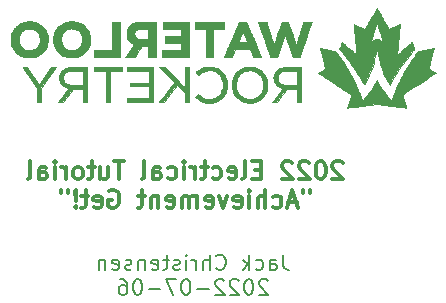
<source format=gbo>
%TF.GenerationSoftware,KiCad,Pcbnew,(6.0.7)*%
%TF.CreationDate,2022-08-07T20:56:25-04:00*%
%TF.ProjectId,2022_generic,32303232-5f67-4656-9e65-7269632e6b69,rev?*%
%TF.SameCoordinates,Original*%
%TF.FileFunction,Legend,Bot*%
%TF.FilePolarity,Positive*%
%FSLAX46Y46*%
G04 Gerber Fmt 4.6, Leading zero omitted, Abs format (unit mm)*
G04 Created by KiCad (PCBNEW (6.0.7)) date 2022-08-07 20:56:25*
%MOMM*%
%LPD*%
G01*
G04 APERTURE LIST*
%ADD10C,0.300000*%
%ADD11C,0.200000*%
%ADD12C,0.010000*%
%ADD13C,6.400000*%
%ADD14R,2.000000X2.000000*%
%ADD15R,2.600000X2.600000*%
%ADD16C,2.600000*%
%ADD17C,4.000000*%
%ADD18C,1.800000*%
%ADD19C,1.600000*%
%ADD20C,2.000000*%
G04 APERTURE END LIST*
D10*
X171400714Y-121938928D02*
X171329285Y-121867500D01*
X171186428Y-121796071D01*
X170829285Y-121796071D01*
X170686428Y-121867500D01*
X170615000Y-121938928D01*
X170543571Y-122081785D01*
X170543571Y-122224642D01*
X170615000Y-122438928D01*
X171472142Y-123296071D01*
X170543571Y-123296071D01*
X169615000Y-121796071D02*
X169472142Y-121796071D01*
X169329285Y-121867500D01*
X169257857Y-121938928D01*
X169186428Y-122081785D01*
X169115000Y-122367500D01*
X169115000Y-122724642D01*
X169186428Y-123010357D01*
X169257857Y-123153214D01*
X169329285Y-123224642D01*
X169472142Y-123296071D01*
X169615000Y-123296071D01*
X169757857Y-123224642D01*
X169829285Y-123153214D01*
X169900714Y-123010357D01*
X169972142Y-122724642D01*
X169972142Y-122367500D01*
X169900714Y-122081785D01*
X169829285Y-121938928D01*
X169757857Y-121867500D01*
X169615000Y-121796071D01*
X168543571Y-121938928D02*
X168472142Y-121867500D01*
X168329285Y-121796071D01*
X167972142Y-121796071D01*
X167829285Y-121867500D01*
X167757857Y-121938928D01*
X167686428Y-122081785D01*
X167686428Y-122224642D01*
X167757857Y-122438928D01*
X168615000Y-123296071D01*
X167686428Y-123296071D01*
X167115000Y-121938928D02*
X167043571Y-121867500D01*
X166900714Y-121796071D01*
X166543571Y-121796071D01*
X166400714Y-121867500D01*
X166329285Y-121938928D01*
X166257857Y-122081785D01*
X166257857Y-122224642D01*
X166329285Y-122438928D01*
X167186428Y-123296071D01*
X166257857Y-123296071D01*
X164472142Y-122510357D02*
X163972142Y-122510357D01*
X163757857Y-123296071D02*
X164472142Y-123296071D01*
X164472142Y-121796071D01*
X163757857Y-121796071D01*
X162900714Y-123296071D02*
X163043571Y-123224642D01*
X163115000Y-123081785D01*
X163115000Y-121796071D01*
X161757857Y-123224642D02*
X161900714Y-123296071D01*
X162186428Y-123296071D01*
X162329285Y-123224642D01*
X162400714Y-123081785D01*
X162400714Y-122510357D01*
X162329285Y-122367500D01*
X162186428Y-122296071D01*
X161900714Y-122296071D01*
X161757857Y-122367500D01*
X161686428Y-122510357D01*
X161686428Y-122653214D01*
X162400714Y-122796071D01*
X160400714Y-123224642D02*
X160543571Y-123296071D01*
X160829285Y-123296071D01*
X160972142Y-123224642D01*
X161043571Y-123153214D01*
X161115000Y-123010357D01*
X161115000Y-122581785D01*
X161043571Y-122438928D01*
X160972142Y-122367500D01*
X160829285Y-122296071D01*
X160543571Y-122296071D01*
X160400714Y-122367500D01*
X159972142Y-122296071D02*
X159400714Y-122296071D01*
X159757857Y-121796071D02*
X159757857Y-123081785D01*
X159686428Y-123224642D01*
X159543571Y-123296071D01*
X159400714Y-123296071D01*
X158900714Y-123296071D02*
X158900714Y-122296071D01*
X158900714Y-122581785D02*
X158829285Y-122438928D01*
X158757857Y-122367500D01*
X158615000Y-122296071D01*
X158472142Y-122296071D01*
X157972142Y-123296071D02*
X157972142Y-122296071D01*
X157972142Y-121796071D02*
X158043571Y-121867500D01*
X157972142Y-121938928D01*
X157900714Y-121867500D01*
X157972142Y-121796071D01*
X157972142Y-121938928D01*
X156615000Y-123224642D02*
X156757857Y-123296071D01*
X157043571Y-123296071D01*
X157186428Y-123224642D01*
X157257857Y-123153214D01*
X157329285Y-123010357D01*
X157329285Y-122581785D01*
X157257857Y-122438928D01*
X157186428Y-122367500D01*
X157043571Y-122296071D01*
X156757857Y-122296071D01*
X156615000Y-122367500D01*
X155329285Y-123296071D02*
X155329285Y-122510357D01*
X155400714Y-122367500D01*
X155543571Y-122296071D01*
X155829285Y-122296071D01*
X155972142Y-122367500D01*
X155329285Y-123224642D02*
X155472142Y-123296071D01*
X155829285Y-123296071D01*
X155972142Y-123224642D01*
X156043571Y-123081785D01*
X156043571Y-122938928D01*
X155972142Y-122796071D01*
X155829285Y-122724642D01*
X155472142Y-122724642D01*
X155329285Y-122653214D01*
X154400714Y-123296071D02*
X154543571Y-123224642D01*
X154615000Y-123081785D01*
X154615000Y-121796071D01*
X152900714Y-121796071D02*
X152043571Y-121796071D01*
X152472142Y-123296071D02*
X152472142Y-121796071D01*
X150900714Y-122296071D02*
X150900714Y-123296071D01*
X151543571Y-122296071D02*
X151543571Y-123081785D01*
X151472142Y-123224642D01*
X151329285Y-123296071D01*
X151115000Y-123296071D01*
X150972142Y-123224642D01*
X150900714Y-123153214D01*
X150400714Y-122296071D02*
X149829285Y-122296071D01*
X150186428Y-121796071D02*
X150186428Y-123081785D01*
X150115000Y-123224642D01*
X149972142Y-123296071D01*
X149829285Y-123296071D01*
X149115000Y-123296071D02*
X149257857Y-123224642D01*
X149329285Y-123153214D01*
X149400714Y-123010357D01*
X149400714Y-122581785D01*
X149329285Y-122438928D01*
X149257857Y-122367500D01*
X149115000Y-122296071D01*
X148900714Y-122296071D01*
X148757857Y-122367500D01*
X148686428Y-122438928D01*
X148615000Y-122581785D01*
X148615000Y-123010357D01*
X148686428Y-123153214D01*
X148757857Y-123224642D01*
X148900714Y-123296071D01*
X149115000Y-123296071D01*
X147972142Y-123296071D02*
X147972142Y-122296071D01*
X147972142Y-122581785D02*
X147900714Y-122438928D01*
X147829285Y-122367500D01*
X147686428Y-122296071D01*
X147543571Y-122296071D01*
X147043571Y-123296071D02*
X147043571Y-122296071D01*
X147043571Y-121796071D02*
X147115000Y-121867500D01*
X147043571Y-121938928D01*
X146972142Y-121867500D01*
X147043571Y-121796071D01*
X147043571Y-121938928D01*
X145686428Y-123296071D02*
X145686428Y-122510357D01*
X145757857Y-122367500D01*
X145900714Y-122296071D01*
X146186428Y-122296071D01*
X146329285Y-122367500D01*
X145686428Y-123224642D02*
X145829285Y-123296071D01*
X146186428Y-123296071D01*
X146329285Y-123224642D01*
X146400714Y-123081785D01*
X146400714Y-122938928D01*
X146329285Y-122796071D01*
X146186428Y-122724642D01*
X145829285Y-122724642D01*
X145686428Y-122653214D01*
X144757857Y-123296071D02*
X144900714Y-123224642D01*
X144972142Y-123081785D01*
X144972142Y-121796071D01*
X168650714Y-124211071D02*
X168650714Y-124496785D01*
X168079285Y-124211071D02*
X168079285Y-124496785D01*
X167507857Y-125282500D02*
X166793571Y-125282500D01*
X167650714Y-125711071D02*
X167150714Y-124211071D01*
X166650714Y-125711071D01*
X165507857Y-125639642D02*
X165650714Y-125711071D01*
X165936428Y-125711071D01*
X166079285Y-125639642D01*
X166150714Y-125568214D01*
X166222142Y-125425357D01*
X166222142Y-124996785D01*
X166150714Y-124853928D01*
X166079285Y-124782500D01*
X165936428Y-124711071D01*
X165650714Y-124711071D01*
X165507857Y-124782500D01*
X164865000Y-125711071D02*
X164865000Y-124211071D01*
X164222142Y-125711071D02*
X164222142Y-124925357D01*
X164293571Y-124782500D01*
X164436428Y-124711071D01*
X164650714Y-124711071D01*
X164793571Y-124782500D01*
X164865000Y-124853928D01*
X163507857Y-125711071D02*
X163507857Y-124711071D01*
X163507857Y-124211071D02*
X163579285Y-124282500D01*
X163507857Y-124353928D01*
X163436428Y-124282500D01*
X163507857Y-124211071D01*
X163507857Y-124353928D01*
X162222142Y-125639642D02*
X162365000Y-125711071D01*
X162650714Y-125711071D01*
X162793571Y-125639642D01*
X162865000Y-125496785D01*
X162865000Y-124925357D01*
X162793571Y-124782500D01*
X162650714Y-124711071D01*
X162365000Y-124711071D01*
X162222142Y-124782500D01*
X162150714Y-124925357D01*
X162150714Y-125068214D01*
X162865000Y-125211071D01*
X161650714Y-124711071D02*
X161293571Y-125711071D01*
X160936428Y-124711071D01*
X159793571Y-125639642D02*
X159936428Y-125711071D01*
X160222142Y-125711071D01*
X160365000Y-125639642D01*
X160436428Y-125496785D01*
X160436428Y-124925357D01*
X160365000Y-124782500D01*
X160222142Y-124711071D01*
X159936428Y-124711071D01*
X159793571Y-124782500D01*
X159722142Y-124925357D01*
X159722142Y-125068214D01*
X160436428Y-125211071D01*
X159079285Y-125711071D02*
X159079285Y-124711071D01*
X159079285Y-124853928D02*
X159007857Y-124782500D01*
X158865000Y-124711071D01*
X158650714Y-124711071D01*
X158507857Y-124782500D01*
X158436428Y-124925357D01*
X158436428Y-125711071D01*
X158436428Y-124925357D02*
X158365000Y-124782500D01*
X158222142Y-124711071D01*
X158007857Y-124711071D01*
X157865000Y-124782500D01*
X157793571Y-124925357D01*
X157793571Y-125711071D01*
X156507857Y-125639642D02*
X156650714Y-125711071D01*
X156936428Y-125711071D01*
X157079285Y-125639642D01*
X157150714Y-125496785D01*
X157150714Y-124925357D01*
X157079285Y-124782500D01*
X156936428Y-124711071D01*
X156650714Y-124711071D01*
X156507857Y-124782500D01*
X156436428Y-124925357D01*
X156436428Y-125068214D01*
X157150714Y-125211071D01*
X155793571Y-124711071D02*
X155793571Y-125711071D01*
X155793571Y-124853928D02*
X155722142Y-124782500D01*
X155579285Y-124711071D01*
X155365000Y-124711071D01*
X155222142Y-124782500D01*
X155150714Y-124925357D01*
X155150714Y-125711071D01*
X154650714Y-124711071D02*
X154079285Y-124711071D01*
X154436428Y-124211071D02*
X154436428Y-125496785D01*
X154365000Y-125639642D01*
X154222142Y-125711071D01*
X154079285Y-125711071D01*
X151650714Y-124282500D02*
X151793571Y-124211071D01*
X152007857Y-124211071D01*
X152222142Y-124282500D01*
X152365000Y-124425357D01*
X152436428Y-124568214D01*
X152507857Y-124853928D01*
X152507857Y-125068214D01*
X152436428Y-125353928D01*
X152365000Y-125496785D01*
X152222142Y-125639642D01*
X152007857Y-125711071D01*
X151865000Y-125711071D01*
X151650714Y-125639642D01*
X151579285Y-125568214D01*
X151579285Y-125068214D01*
X151865000Y-125068214D01*
X150365000Y-125639642D02*
X150507857Y-125711071D01*
X150793571Y-125711071D01*
X150936428Y-125639642D01*
X151007857Y-125496785D01*
X151007857Y-124925357D01*
X150936428Y-124782500D01*
X150793571Y-124711071D01*
X150507857Y-124711071D01*
X150365000Y-124782500D01*
X150293571Y-124925357D01*
X150293571Y-125068214D01*
X151007857Y-125211071D01*
X149865000Y-124711071D02*
X149293571Y-124711071D01*
X149650714Y-124211071D02*
X149650714Y-125496785D01*
X149579285Y-125639642D01*
X149436428Y-125711071D01*
X149293571Y-125711071D01*
X148793571Y-125568214D02*
X148722142Y-125639642D01*
X148793571Y-125711071D01*
X148865000Y-125639642D01*
X148793571Y-125568214D01*
X148793571Y-125711071D01*
X148793571Y-125139642D02*
X148865000Y-124282500D01*
X148793571Y-124211071D01*
X148722142Y-124282500D01*
X148793571Y-125139642D01*
X148793571Y-124211071D01*
X148150714Y-124211071D02*
X148150714Y-124496785D01*
X147579285Y-124211071D02*
X147579285Y-124496785D01*
D11*
X166395238Y-129686595D02*
X166395238Y-130615166D01*
X166457142Y-130800880D01*
X166580952Y-130924690D01*
X166766666Y-130986595D01*
X166890476Y-130986595D01*
X165219047Y-130986595D02*
X165219047Y-130305642D01*
X165280952Y-130181833D01*
X165404761Y-130119928D01*
X165652380Y-130119928D01*
X165776190Y-130181833D01*
X165219047Y-130924690D02*
X165342857Y-130986595D01*
X165652380Y-130986595D01*
X165776190Y-130924690D01*
X165838095Y-130800880D01*
X165838095Y-130677071D01*
X165776190Y-130553261D01*
X165652380Y-130491357D01*
X165342857Y-130491357D01*
X165219047Y-130429452D01*
X164042857Y-130924690D02*
X164166666Y-130986595D01*
X164414285Y-130986595D01*
X164538095Y-130924690D01*
X164600000Y-130862785D01*
X164661904Y-130738976D01*
X164661904Y-130367547D01*
X164600000Y-130243738D01*
X164538095Y-130181833D01*
X164414285Y-130119928D01*
X164166666Y-130119928D01*
X164042857Y-130181833D01*
X163485714Y-130986595D02*
X163485714Y-129686595D01*
X163361904Y-130491357D02*
X162990476Y-130986595D01*
X162990476Y-130119928D02*
X163485714Y-130615166D01*
X160700000Y-130862785D02*
X160761904Y-130924690D01*
X160947619Y-130986595D01*
X161071428Y-130986595D01*
X161257142Y-130924690D01*
X161380952Y-130800880D01*
X161442857Y-130677071D01*
X161504761Y-130429452D01*
X161504761Y-130243738D01*
X161442857Y-129996119D01*
X161380952Y-129872309D01*
X161257142Y-129748500D01*
X161071428Y-129686595D01*
X160947619Y-129686595D01*
X160761904Y-129748500D01*
X160700000Y-129810404D01*
X160142857Y-130986595D02*
X160142857Y-129686595D01*
X159585714Y-130986595D02*
X159585714Y-130305642D01*
X159647619Y-130181833D01*
X159771428Y-130119928D01*
X159957142Y-130119928D01*
X160080952Y-130181833D01*
X160142857Y-130243738D01*
X158966666Y-130986595D02*
X158966666Y-130119928D01*
X158966666Y-130367547D02*
X158904761Y-130243738D01*
X158842857Y-130181833D01*
X158719047Y-130119928D01*
X158595238Y-130119928D01*
X158161904Y-130986595D02*
X158161904Y-130119928D01*
X158161904Y-129686595D02*
X158223809Y-129748500D01*
X158161904Y-129810404D01*
X158100000Y-129748500D01*
X158161904Y-129686595D01*
X158161904Y-129810404D01*
X157604761Y-130924690D02*
X157480952Y-130986595D01*
X157233333Y-130986595D01*
X157109523Y-130924690D01*
X157047619Y-130800880D01*
X157047619Y-130738976D01*
X157109523Y-130615166D01*
X157233333Y-130553261D01*
X157419047Y-130553261D01*
X157542857Y-130491357D01*
X157604761Y-130367547D01*
X157604761Y-130305642D01*
X157542857Y-130181833D01*
X157419047Y-130119928D01*
X157233333Y-130119928D01*
X157109523Y-130181833D01*
X156676190Y-130119928D02*
X156180952Y-130119928D01*
X156490476Y-129686595D02*
X156490476Y-130800880D01*
X156428571Y-130924690D01*
X156304761Y-130986595D01*
X156180952Y-130986595D01*
X155252380Y-130924690D02*
X155376190Y-130986595D01*
X155623809Y-130986595D01*
X155747619Y-130924690D01*
X155809523Y-130800880D01*
X155809523Y-130305642D01*
X155747619Y-130181833D01*
X155623809Y-130119928D01*
X155376190Y-130119928D01*
X155252380Y-130181833D01*
X155190476Y-130305642D01*
X155190476Y-130429452D01*
X155809523Y-130553261D01*
X154633333Y-130119928D02*
X154633333Y-130986595D01*
X154633333Y-130243738D02*
X154571428Y-130181833D01*
X154447619Y-130119928D01*
X154261904Y-130119928D01*
X154138095Y-130181833D01*
X154076190Y-130305642D01*
X154076190Y-130986595D01*
X153519047Y-130924690D02*
X153395238Y-130986595D01*
X153147619Y-130986595D01*
X153023809Y-130924690D01*
X152961904Y-130800880D01*
X152961904Y-130738976D01*
X153023809Y-130615166D01*
X153147619Y-130553261D01*
X153333333Y-130553261D01*
X153457142Y-130491357D01*
X153519047Y-130367547D01*
X153519047Y-130305642D01*
X153457142Y-130181833D01*
X153333333Y-130119928D01*
X153147619Y-130119928D01*
X153023809Y-130181833D01*
X151909523Y-130924690D02*
X152033333Y-130986595D01*
X152280952Y-130986595D01*
X152404761Y-130924690D01*
X152466666Y-130800880D01*
X152466666Y-130305642D01*
X152404761Y-130181833D01*
X152280952Y-130119928D01*
X152033333Y-130119928D01*
X151909523Y-130181833D01*
X151847619Y-130305642D01*
X151847619Y-130429452D01*
X152466666Y-130553261D01*
X151290476Y-130119928D02*
X151290476Y-130986595D01*
X151290476Y-130243738D02*
X151228571Y-130181833D01*
X151104761Y-130119928D01*
X150919047Y-130119928D01*
X150795238Y-130181833D01*
X150733333Y-130305642D01*
X150733333Y-130986595D01*
X165064285Y-131903404D02*
X165002380Y-131841500D01*
X164878571Y-131779595D01*
X164569047Y-131779595D01*
X164445238Y-131841500D01*
X164383333Y-131903404D01*
X164321428Y-132027214D01*
X164321428Y-132151023D01*
X164383333Y-132336738D01*
X165126190Y-133079595D01*
X164321428Y-133079595D01*
X163516666Y-131779595D02*
X163392857Y-131779595D01*
X163269047Y-131841500D01*
X163207142Y-131903404D01*
X163145238Y-132027214D01*
X163083333Y-132274833D01*
X163083333Y-132584357D01*
X163145238Y-132831976D01*
X163207142Y-132955785D01*
X163269047Y-133017690D01*
X163392857Y-133079595D01*
X163516666Y-133079595D01*
X163640476Y-133017690D01*
X163702380Y-132955785D01*
X163764285Y-132831976D01*
X163826190Y-132584357D01*
X163826190Y-132274833D01*
X163764285Y-132027214D01*
X163702380Y-131903404D01*
X163640476Y-131841500D01*
X163516666Y-131779595D01*
X162588095Y-131903404D02*
X162526190Y-131841500D01*
X162402380Y-131779595D01*
X162092857Y-131779595D01*
X161969047Y-131841500D01*
X161907142Y-131903404D01*
X161845238Y-132027214D01*
X161845238Y-132151023D01*
X161907142Y-132336738D01*
X162650000Y-133079595D01*
X161845238Y-133079595D01*
X161349999Y-131903404D02*
X161288095Y-131841500D01*
X161164285Y-131779595D01*
X160854761Y-131779595D01*
X160730952Y-131841500D01*
X160669047Y-131903404D01*
X160607142Y-132027214D01*
X160607142Y-132151023D01*
X160669047Y-132336738D01*
X161411904Y-133079595D01*
X160607142Y-133079595D01*
X160049999Y-132584357D02*
X159059523Y-132584357D01*
X158192857Y-131779595D02*
X158069047Y-131779595D01*
X157945238Y-131841500D01*
X157883333Y-131903404D01*
X157821428Y-132027214D01*
X157759523Y-132274833D01*
X157759523Y-132584357D01*
X157821428Y-132831976D01*
X157883333Y-132955785D01*
X157945238Y-133017690D01*
X158069047Y-133079595D01*
X158192857Y-133079595D01*
X158316666Y-133017690D01*
X158378571Y-132955785D01*
X158440476Y-132831976D01*
X158502380Y-132584357D01*
X158502380Y-132274833D01*
X158440476Y-132027214D01*
X158378571Y-131903404D01*
X158316666Y-131841500D01*
X158192857Y-131779595D01*
X157326190Y-131779595D02*
X156459523Y-131779595D01*
X157016666Y-133079595D01*
X155964285Y-132584357D02*
X154973809Y-132584357D01*
X154107142Y-131779595D02*
X153983333Y-131779595D01*
X153859523Y-131841500D01*
X153797619Y-131903404D01*
X153735714Y-132027214D01*
X153673809Y-132274833D01*
X153673809Y-132584357D01*
X153735714Y-132831976D01*
X153797619Y-132955785D01*
X153859523Y-133017690D01*
X153983333Y-133079595D01*
X154107142Y-133079595D01*
X154230952Y-133017690D01*
X154292857Y-132955785D01*
X154354761Y-132831976D01*
X154416666Y-132584357D01*
X154416666Y-132274833D01*
X154354761Y-132027214D01*
X154292857Y-131903404D01*
X154230952Y-131841500D01*
X154107142Y-131779595D01*
X152559523Y-131779595D02*
X152807142Y-131779595D01*
X152930952Y-131841500D01*
X152992857Y-131903404D01*
X153116666Y-132089119D01*
X153178571Y-132336738D01*
X153178571Y-132831976D01*
X153116666Y-132955785D01*
X153054761Y-133017690D01*
X152930952Y-133079595D01*
X152683333Y-133079595D01*
X152559523Y-133017690D01*
X152497619Y-132955785D01*
X152435714Y-132831976D01*
X152435714Y-132522452D01*
X152497619Y-132398642D01*
X152559523Y-132336738D01*
X152683333Y-132274833D01*
X152930952Y-132274833D01*
X153054761Y-132336738D01*
X153116666Y-132398642D01*
X153178571Y-132522452D01*
G36*
X176098854Y-111830858D02*
G01*
X176086089Y-111964413D01*
X176074008Y-112091155D01*
X176062696Y-112210174D01*
X176052238Y-112320560D01*
X176042721Y-112421405D01*
X176034230Y-112511799D01*
X176026851Y-112590833D01*
X176020669Y-112657598D01*
X176015770Y-112711184D01*
X176012240Y-112750683D01*
X176010165Y-112775184D01*
X176009630Y-112783780D01*
X176011115Y-112782793D01*
X176023151Y-112772803D01*
X176046553Y-112752691D01*
X176080459Y-112723214D01*
X176124008Y-112685128D01*
X176176341Y-112639191D01*
X176236596Y-112586160D01*
X176303914Y-112526791D01*
X176377433Y-112461841D01*
X176456294Y-112392067D01*
X176539636Y-112318226D01*
X176626598Y-112241075D01*
X176667132Y-112205115D01*
X176752592Y-112129461D01*
X176834092Y-112057528D01*
X176910767Y-111990069D01*
X176981754Y-111927836D01*
X177046186Y-111871582D01*
X177103199Y-111822058D01*
X177151929Y-111780017D01*
X177191509Y-111746212D01*
X177221076Y-111721394D01*
X177239764Y-111706315D01*
X177246709Y-111701729D01*
X177248295Y-111705146D01*
X177255111Y-111722305D01*
X177266449Y-111751926D01*
X177281519Y-111791869D01*
X177299530Y-111839994D01*
X177319694Y-111894162D01*
X177341220Y-111952233D01*
X177363318Y-112012066D01*
X177385200Y-112071522D01*
X177406074Y-112128462D01*
X177425152Y-112180745D01*
X177441644Y-112226231D01*
X177454760Y-112262781D01*
X177463710Y-112288255D01*
X177467704Y-112300513D01*
X177467522Y-112302064D01*
X177460292Y-112314713D01*
X177444294Y-112336590D01*
X177421501Y-112365102D01*
X177393885Y-112397653D01*
X177316206Y-112487810D01*
X177157483Y-112677881D01*
X176995114Y-112879672D01*
X176830576Y-113091093D01*
X176665345Y-113310056D01*
X176500898Y-113534471D01*
X176338712Y-113762252D01*
X176180262Y-113991307D01*
X176027026Y-114219549D01*
X175880481Y-114444890D01*
X175742103Y-114665239D01*
X175613368Y-114878509D01*
X175495754Y-115082611D01*
X175487036Y-115098204D01*
X175462563Y-115142533D01*
X175439768Y-115184563D01*
X175420875Y-115220167D01*
X175408110Y-115245215D01*
X175395983Y-115268520D01*
X175384817Y-115286787D01*
X175378170Y-115293785D01*
X175375277Y-115292487D01*
X175363240Y-115279531D01*
X175344768Y-115254061D01*
X175320871Y-115217793D01*
X175292557Y-115172444D01*
X175260835Y-115119728D01*
X175226713Y-115061361D01*
X175191201Y-114999061D01*
X175155307Y-114934542D01*
X175120040Y-114869520D01*
X175086410Y-114805712D01*
X175055424Y-114744833D01*
X175001392Y-114633847D01*
X174925690Y-114468278D01*
X174854897Y-114300203D01*
X174788142Y-114127223D01*
X174724552Y-113946941D01*
X174663257Y-113756961D01*
X174603384Y-113554884D01*
X174544063Y-113338314D01*
X174519152Y-113241585D01*
X174485732Y-113105111D01*
X174451876Y-112959967D01*
X174418595Y-112810711D01*
X174386899Y-112661895D01*
X174357799Y-112518076D01*
X174332305Y-112383808D01*
X174331460Y-112379180D01*
X174320415Y-112319391D01*
X174311754Y-112275104D01*
X174304985Y-112245254D01*
X174299617Y-112228773D01*
X174295160Y-112224595D01*
X174291124Y-112231653D01*
X174287017Y-112248880D01*
X174282349Y-112275210D01*
X174275936Y-112311789D01*
X174265878Y-112366106D01*
X174253509Y-112430779D01*
X174239482Y-112502529D01*
X174224451Y-112578075D01*
X174209068Y-112654137D01*
X174193988Y-112727434D01*
X174179863Y-112794687D01*
X174167348Y-112852614D01*
X174164819Y-112864069D01*
X174093062Y-113170851D01*
X174016995Y-113461712D01*
X173936466Y-113737091D01*
X173851324Y-113997428D01*
X173761418Y-114243159D01*
X173666596Y-114474726D01*
X173566707Y-114692565D01*
X173461599Y-114897116D01*
X173439585Y-114936948D01*
X173410525Y-114988110D01*
X173379687Y-115041152D01*
X173348340Y-115094002D01*
X173317749Y-115144591D01*
X173289182Y-115190849D01*
X173263905Y-115230704D01*
X173243184Y-115262088D01*
X173228288Y-115282930D01*
X173220481Y-115291160D01*
X173215954Y-115287923D01*
X173204679Y-115272609D01*
X173189197Y-115247486D01*
X173171457Y-115215560D01*
X173147500Y-115170848D01*
X173059296Y-115012291D01*
X172960878Y-114843652D01*
X172853384Y-114666566D01*
X172737948Y-114482666D01*
X172615708Y-114293588D01*
X172487798Y-114100967D01*
X172355355Y-113906438D01*
X172219516Y-113711635D01*
X172081415Y-113518193D01*
X171942189Y-113327747D01*
X171802975Y-113141932D01*
X171664907Y-112962383D01*
X171529123Y-112790735D01*
X171396758Y-112628622D01*
X171268948Y-112477679D01*
X171267150Y-112475599D01*
X171232364Y-112435273D01*
X171200334Y-112398014D01*
X171173137Y-112366247D01*
X171152850Y-112342399D01*
X171141549Y-112328893D01*
X171122829Y-112305856D01*
X171232932Y-112006953D01*
X171235899Y-111998902D01*
X171260655Y-111932004D01*
X171283661Y-111870319D01*
X171304240Y-111815623D01*
X171321718Y-111769692D01*
X171335419Y-111734301D01*
X171344669Y-111711226D01*
X171348792Y-111702242D01*
X171350367Y-111702952D01*
X171362631Y-111712322D01*
X171386255Y-111731851D01*
X171420370Y-111760784D01*
X171464110Y-111798366D01*
X171516608Y-111843843D01*
X171576996Y-111896461D01*
X171644408Y-111955464D01*
X171717977Y-112020099D01*
X171796835Y-112089610D01*
X171880117Y-112163243D01*
X171966954Y-112240244D01*
X172039112Y-112304268D01*
X172145013Y-112398001D01*
X172238803Y-112480702D01*
X172320721Y-112552574D01*
X172391004Y-112613825D01*
X172449893Y-112664658D01*
X172497625Y-112705280D01*
X172534438Y-112735896D01*
X172560572Y-112756712D01*
X172576266Y-112767933D01*
X172581756Y-112769764D01*
X172581758Y-112768283D01*
X172580712Y-112752974D01*
X172578154Y-112722084D01*
X172574171Y-112676537D01*
X172568850Y-112617258D01*
X172562275Y-112545172D01*
X172554534Y-112461204D01*
X172545712Y-112366278D01*
X172535896Y-112261320D01*
X172525172Y-112147255D01*
X172513626Y-112025006D01*
X172501343Y-111895500D01*
X172488411Y-111759662D01*
X172483839Y-111711808D01*
X173777686Y-111711808D01*
X173777933Y-111711599D01*
X173785228Y-111703779D01*
X173800415Y-111686981D01*
X173820647Y-111664348D01*
X173821588Y-111663293D01*
X173890690Y-111597226D01*
X173970710Y-111539907D01*
X174057340Y-111494011D01*
X174146269Y-111462213D01*
X174182908Y-111454609D01*
X174236057Y-111449214D01*
X174302537Y-111447528D01*
X174310613Y-111447543D01*
X174354469Y-111448179D01*
X174388037Y-111450369D01*
X174417031Y-111454973D01*
X174447163Y-111462850D01*
X174484147Y-111474861D01*
X174578052Y-111514477D01*
X174669129Y-111570483D01*
X174752618Y-111641481D01*
X174772259Y-111660279D01*
X174792931Y-111678584D01*
X174806247Y-111688477D01*
X174809967Y-111688136D01*
X174809631Y-111687021D01*
X174799887Y-111655007D01*
X174786132Y-111610323D01*
X174768777Y-111554279D01*
X174748235Y-111488183D01*
X174724917Y-111413344D01*
X174699233Y-111331071D01*
X174671595Y-111242673D01*
X174642415Y-111149458D01*
X174612103Y-111052736D01*
X174581072Y-110953815D01*
X174549732Y-110854004D01*
X174518495Y-110754612D01*
X174487772Y-110656947D01*
X174457974Y-110562319D01*
X174429513Y-110472037D01*
X174402801Y-110387409D01*
X174378248Y-110309744D01*
X174356265Y-110240351D01*
X174337265Y-110180539D01*
X174321659Y-110131616D01*
X174309857Y-110094892D01*
X174302271Y-110071675D01*
X174299313Y-110063274D01*
X174298179Y-110064969D01*
X174292404Y-110079887D01*
X174282212Y-110109144D01*
X174267985Y-110151561D01*
X174250103Y-110205960D01*
X174228948Y-110271160D01*
X174204903Y-110345982D01*
X174178348Y-110429248D01*
X174149665Y-110519778D01*
X174119237Y-110616392D01*
X174087444Y-110717913D01*
X174080165Y-110741220D01*
X174046880Y-110847791D01*
X174014049Y-110952894D01*
X173982181Y-111054901D01*
X173951785Y-111152183D01*
X173923370Y-111243112D01*
X173897445Y-111326059D01*
X173874519Y-111399394D01*
X173855101Y-111461490D01*
X173839701Y-111510717D01*
X173828826Y-111545447D01*
X173824173Y-111560307D01*
X173809089Y-111608666D01*
X173796172Y-111650357D01*
X173786149Y-111683019D01*
X173779745Y-111704290D01*
X173777686Y-111711808D01*
X172483839Y-111711808D01*
X172474916Y-111618415D01*
X172460943Y-111472685D01*
X172456052Y-111421733D01*
X172442264Y-111277692D01*
X172429001Y-111138571D01*
X172416348Y-111005285D01*
X172404390Y-110878749D01*
X172393211Y-110759878D01*
X172382897Y-110649587D01*
X172373532Y-110548792D01*
X172365201Y-110458406D01*
X172357989Y-110379345D01*
X172351981Y-110312525D01*
X172347261Y-110258860D01*
X172343915Y-110219265D01*
X172342026Y-110194655D01*
X172341681Y-110185946D01*
X172349056Y-110188203D01*
X172370630Y-110196664D01*
X172405028Y-110210804D01*
X172450890Y-110230047D01*
X172506857Y-110253815D01*
X172571570Y-110281530D01*
X172643671Y-110312615D01*
X172721799Y-110346493D01*
X172804596Y-110382587D01*
X172880768Y-110415775D01*
X172960270Y-110450185D01*
X173034234Y-110481962D01*
X173101241Y-110510509D01*
X173159875Y-110535228D01*
X173208718Y-110555524D01*
X173246354Y-110570798D01*
X173271365Y-110580453D01*
X173282333Y-110583892D01*
X173283355Y-110583791D01*
X173287449Y-110581483D01*
X173293246Y-110575583D01*
X173301177Y-110565344D01*
X173311672Y-110550019D01*
X173325165Y-110528863D01*
X173342086Y-110501129D01*
X173362867Y-110466072D01*
X173387940Y-110422946D01*
X173417736Y-110371004D01*
X173452686Y-110309500D01*
X173493222Y-110237689D01*
X173539776Y-110154824D01*
X173592779Y-110060159D01*
X173652663Y-109952948D01*
X173719859Y-109832445D01*
X173794799Y-109697905D01*
X173840888Y-109615173D01*
X173902390Y-109504924D01*
X173961305Y-109399483D01*
X174017123Y-109299755D01*
X174069333Y-109206646D01*
X174117425Y-109121062D01*
X174160888Y-109043908D01*
X174199212Y-108976091D01*
X174231887Y-108918515D01*
X174258402Y-108872086D01*
X174278247Y-108837710D01*
X174290912Y-108816292D01*
X174295886Y-108808739D01*
X174299158Y-108813031D01*
X174310239Y-108830999D01*
X174328603Y-108862139D01*
X174353742Y-108905556D01*
X174385149Y-108960354D01*
X174422317Y-109025638D01*
X174464740Y-109100513D01*
X174511909Y-109184082D01*
X174563318Y-109275451D01*
X174618460Y-109373724D01*
X174676828Y-109478005D01*
X174737913Y-109587399D01*
X174801210Y-109701011D01*
X174851516Y-109791355D01*
X174913030Y-109901684D01*
X174971886Y-110007090D01*
X175027581Y-110106677D01*
X175079610Y-110199550D01*
X175127470Y-110284813D01*
X175170656Y-110361572D01*
X175208667Y-110428931D01*
X175240996Y-110485996D01*
X175267141Y-110531870D01*
X175286598Y-110565659D01*
X175298863Y-110586468D01*
X175303433Y-110593402D01*
X175312323Y-110589136D01*
X175335519Y-110578674D01*
X175370786Y-110563076D01*
X175416503Y-110543040D01*
X175471048Y-110519265D01*
X175532800Y-110492447D01*
X175600136Y-110463284D01*
X175671436Y-110432476D01*
X175745077Y-110400719D01*
X175819439Y-110368712D01*
X175892898Y-110337152D01*
X175963835Y-110306737D01*
X176030626Y-110278165D01*
X176091651Y-110252134D01*
X176145288Y-110229342D01*
X176189915Y-110210487D01*
X176223911Y-110196267D01*
X176245654Y-110187379D01*
X176253522Y-110184521D01*
X176253540Y-110186184D01*
X176252461Y-110201681D01*
X176249873Y-110232698D01*
X176245863Y-110278325D01*
X176240514Y-110337652D01*
X176233911Y-110409771D01*
X176226141Y-110493772D01*
X176217287Y-110588744D01*
X176207434Y-110693778D01*
X176196668Y-110807965D01*
X176185074Y-110930396D01*
X176172736Y-111060159D01*
X176159739Y-111196347D01*
X176146169Y-111338049D01*
X176132111Y-111484356D01*
X176126090Y-111546943D01*
X176112529Y-111688136D01*
X176112216Y-111691398D01*
X176098854Y-111830858D01*
G37*
D12*
X176098854Y-111830858D02*
X176086089Y-111964413D01*
X176074008Y-112091155D01*
X176062696Y-112210174D01*
X176052238Y-112320560D01*
X176042721Y-112421405D01*
X176034230Y-112511799D01*
X176026851Y-112590833D01*
X176020669Y-112657598D01*
X176015770Y-112711184D01*
X176012240Y-112750683D01*
X176010165Y-112775184D01*
X176009630Y-112783780D01*
X176011115Y-112782793D01*
X176023151Y-112772803D01*
X176046553Y-112752691D01*
X176080459Y-112723214D01*
X176124008Y-112685128D01*
X176176341Y-112639191D01*
X176236596Y-112586160D01*
X176303914Y-112526791D01*
X176377433Y-112461841D01*
X176456294Y-112392067D01*
X176539636Y-112318226D01*
X176626598Y-112241075D01*
X176667132Y-112205115D01*
X176752592Y-112129461D01*
X176834092Y-112057528D01*
X176910767Y-111990069D01*
X176981754Y-111927836D01*
X177046186Y-111871582D01*
X177103199Y-111822058D01*
X177151929Y-111780017D01*
X177191509Y-111746212D01*
X177221076Y-111721394D01*
X177239764Y-111706315D01*
X177246709Y-111701729D01*
X177248295Y-111705146D01*
X177255111Y-111722305D01*
X177266449Y-111751926D01*
X177281519Y-111791869D01*
X177299530Y-111839994D01*
X177319694Y-111894162D01*
X177341220Y-111952233D01*
X177363318Y-112012066D01*
X177385200Y-112071522D01*
X177406074Y-112128462D01*
X177425152Y-112180745D01*
X177441644Y-112226231D01*
X177454760Y-112262781D01*
X177463710Y-112288255D01*
X177467704Y-112300513D01*
X177467522Y-112302064D01*
X177460292Y-112314713D01*
X177444294Y-112336590D01*
X177421501Y-112365102D01*
X177393885Y-112397653D01*
X177316206Y-112487810D01*
X177157483Y-112677881D01*
X176995114Y-112879672D01*
X176830576Y-113091093D01*
X176665345Y-113310056D01*
X176500898Y-113534471D01*
X176338712Y-113762252D01*
X176180262Y-113991307D01*
X176027026Y-114219549D01*
X175880481Y-114444890D01*
X175742103Y-114665239D01*
X175613368Y-114878509D01*
X175495754Y-115082611D01*
X175487036Y-115098204D01*
X175462563Y-115142533D01*
X175439768Y-115184563D01*
X175420875Y-115220167D01*
X175408110Y-115245215D01*
X175395983Y-115268520D01*
X175384817Y-115286787D01*
X175378170Y-115293785D01*
X175375277Y-115292487D01*
X175363240Y-115279531D01*
X175344768Y-115254061D01*
X175320871Y-115217793D01*
X175292557Y-115172444D01*
X175260835Y-115119728D01*
X175226713Y-115061361D01*
X175191201Y-114999061D01*
X175155307Y-114934542D01*
X175120040Y-114869520D01*
X175086410Y-114805712D01*
X175055424Y-114744833D01*
X175001392Y-114633847D01*
X174925690Y-114468278D01*
X174854897Y-114300203D01*
X174788142Y-114127223D01*
X174724552Y-113946941D01*
X174663257Y-113756961D01*
X174603384Y-113554884D01*
X174544063Y-113338314D01*
X174519152Y-113241585D01*
X174485732Y-113105111D01*
X174451876Y-112959967D01*
X174418595Y-112810711D01*
X174386899Y-112661895D01*
X174357799Y-112518076D01*
X174332305Y-112383808D01*
X174331460Y-112379180D01*
X174320415Y-112319391D01*
X174311754Y-112275104D01*
X174304985Y-112245254D01*
X174299617Y-112228773D01*
X174295160Y-112224595D01*
X174291124Y-112231653D01*
X174287017Y-112248880D01*
X174282349Y-112275210D01*
X174275936Y-112311789D01*
X174265878Y-112366106D01*
X174253509Y-112430779D01*
X174239482Y-112502529D01*
X174224451Y-112578075D01*
X174209068Y-112654137D01*
X174193988Y-112727434D01*
X174179863Y-112794687D01*
X174167348Y-112852614D01*
X174164819Y-112864069D01*
X174093062Y-113170851D01*
X174016995Y-113461712D01*
X173936466Y-113737091D01*
X173851324Y-113997428D01*
X173761418Y-114243159D01*
X173666596Y-114474726D01*
X173566707Y-114692565D01*
X173461599Y-114897116D01*
X173439585Y-114936948D01*
X173410525Y-114988110D01*
X173379687Y-115041152D01*
X173348340Y-115094002D01*
X173317749Y-115144591D01*
X173289182Y-115190849D01*
X173263905Y-115230704D01*
X173243184Y-115262088D01*
X173228288Y-115282930D01*
X173220481Y-115291160D01*
X173215954Y-115287923D01*
X173204679Y-115272609D01*
X173189197Y-115247486D01*
X173171457Y-115215560D01*
X173147500Y-115170848D01*
X173059296Y-115012291D01*
X172960878Y-114843652D01*
X172853384Y-114666566D01*
X172737948Y-114482666D01*
X172615708Y-114293588D01*
X172487798Y-114100967D01*
X172355355Y-113906438D01*
X172219516Y-113711635D01*
X172081415Y-113518193D01*
X171942189Y-113327747D01*
X171802975Y-113141932D01*
X171664907Y-112962383D01*
X171529123Y-112790735D01*
X171396758Y-112628622D01*
X171268948Y-112477679D01*
X171267150Y-112475599D01*
X171232364Y-112435273D01*
X171200334Y-112398014D01*
X171173137Y-112366247D01*
X171152850Y-112342399D01*
X171141549Y-112328893D01*
X171122829Y-112305856D01*
X171232932Y-112006953D01*
X171235899Y-111998902D01*
X171260655Y-111932004D01*
X171283661Y-111870319D01*
X171304240Y-111815623D01*
X171321718Y-111769692D01*
X171335419Y-111734301D01*
X171344669Y-111711226D01*
X171348792Y-111702242D01*
X171350367Y-111702952D01*
X171362631Y-111712322D01*
X171386255Y-111731851D01*
X171420370Y-111760784D01*
X171464110Y-111798366D01*
X171516608Y-111843843D01*
X171576996Y-111896461D01*
X171644408Y-111955464D01*
X171717977Y-112020099D01*
X171796835Y-112089610D01*
X171880117Y-112163243D01*
X171966954Y-112240244D01*
X172039112Y-112304268D01*
X172145013Y-112398001D01*
X172238803Y-112480702D01*
X172320721Y-112552574D01*
X172391004Y-112613825D01*
X172449893Y-112664658D01*
X172497625Y-112705280D01*
X172534438Y-112735896D01*
X172560572Y-112756712D01*
X172576266Y-112767933D01*
X172581756Y-112769764D01*
X172581758Y-112768283D01*
X172580712Y-112752974D01*
X172578154Y-112722084D01*
X172574171Y-112676537D01*
X172568850Y-112617258D01*
X172562275Y-112545172D01*
X172554534Y-112461204D01*
X172545712Y-112366278D01*
X172535896Y-112261320D01*
X172525172Y-112147255D01*
X172513626Y-112025006D01*
X172501343Y-111895500D01*
X172488411Y-111759662D01*
X172483839Y-111711808D01*
X173777686Y-111711808D01*
X173777933Y-111711599D01*
X173785228Y-111703779D01*
X173800415Y-111686981D01*
X173820647Y-111664348D01*
X173821588Y-111663293D01*
X173890690Y-111597226D01*
X173970710Y-111539907D01*
X174057340Y-111494011D01*
X174146269Y-111462213D01*
X174182908Y-111454609D01*
X174236057Y-111449214D01*
X174302537Y-111447528D01*
X174310613Y-111447543D01*
X174354469Y-111448179D01*
X174388037Y-111450369D01*
X174417031Y-111454973D01*
X174447163Y-111462850D01*
X174484147Y-111474861D01*
X174578052Y-111514477D01*
X174669129Y-111570483D01*
X174752618Y-111641481D01*
X174772259Y-111660279D01*
X174792931Y-111678584D01*
X174806247Y-111688477D01*
X174809967Y-111688136D01*
X174809631Y-111687021D01*
X174799887Y-111655007D01*
X174786132Y-111610323D01*
X174768777Y-111554279D01*
X174748235Y-111488183D01*
X174724917Y-111413344D01*
X174699233Y-111331071D01*
X174671595Y-111242673D01*
X174642415Y-111149458D01*
X174612103Y-111052736D01*
X174581072Y-110953815D01*
X174549732Y-110854004D01*
X174518495Y-110754612D01*
X174487772Y-110656947D01*
X174457974Y-110562319D01*
X174429513Y-110472037D01*
X174402801Y-110387409D01*
X174378248Y-110309744D01*
X174356265Y-110240351D01*
X174337265Y-110180539D01*
X174321659Y-110131616D01*
X174309857Y-110094892D01*
X174302271Y-110071675D01*
X174299313Y-110063274D01*
X174298179Y-110064969D01*
X174292404Y-110079887D01*
X174282212Y-110109144D01*
X174267985Y-110151561D01*
X174250103Y-110205960D01*
X174228948Y-110271160D01*
X174204903Y-110345982D01*
X174178348Y-110429248D01*
X174149665Y-110519778D01*
X174119237Y-110616392D01*
X174087444Y-110717913D01*
X174080165Y-110741220D01*
X174046880Y-110847791D01*
X174014049Y-110952894D01*
X173982181Y-111054901D01*
X173951785Y-111152183D01*
X173923370Y-111243112D01*
X173897445Y-111326059D01*
X173874519Y-111399394D01*
X173855101Y-111461490D01*
X173839701Y-111510717D01*
X173828826Y-111545447D01*
X173824173Y-111560307D01*
X173809089Y-111608666D01*
X173796172Y-111650357D01*
X173786149Y-111683019D01*
X173779745Y-111704290D01*
X173777686Y-111711808D01*
X172483839Y-111711808D01*
X172474916Y-111618415D01*
X172460943Y-111472685D01*
X172456052Y-111421733D01*
X172442264Y-111277692D01*
X172429001Y-111138571D01*
X172416348Y-111005285D01*
X172404390Y-110878749D01*
X172393211Y-110759878D01*
X172382897Y-110649587D01*
X172373532Y-110548792D01*
X172365201Y-110458406D01*
X172357989Y-110379345D01*
X172351981Y-110312525D01*
X172347261Y-110258860D01*
X172343915Y-110219265D01*
X172342026Y-110194655D01*
X172341681Y-110185946D01*
X172349056Y-110188203D01*
X172370630Y-110196664D01*
X172405028Y-110210804D01*
X172450890Y-110230047D01*
X172506857Y-110253815D01*
X172571570Y-110281530D01*
X172643671Y-110312615D01*
X172721799Y-110346493D01*
X172804596Y-110382587D01*
X172880768Y-110415775D01*
X172960270Y-110450185D01*
X173034234Y-110481962D01*
X173101241Y-110510509D01*
X173159875Y-110535228D01*
X173208718Y-110555524D01*
X173246354Y-110570798D01*
X173271365Y-110580453D01*
X173282333Y-110583892D01*
X173283355Y-110583791D01*
X173287449Y-110581483D01*
X173293246Y-110575583D01*
X173301177Y-110565344D01*
X173311672Y-110550019D01*
X173325165Y-110528863D01*
X173342086Y-110501129D01*
X173362867Y-110466072D01*
X173387940Y-110422946D01*
X173417736Y-110371004D01*
X173452686Y-110309500D01*
X173493222Y-110237689D01*
X173539776Y-110154824D01*
X173592779Y-110060159D01*
X173652663Y-109952948D01*
X173719859Y-109832445D01*
X173794799Y-109697905D01*
X173840888Y-109615173D01*
X173902390Y-109504924D01*
X173961305Y-109399483D01*
X174017123Y-109299755D01*
X174069333Y-109206646D01*
X174117425Y-109121062D01*
X174160888Y-109043908D01*
X174199212Y-108976091D01*
X174231887Y-108918515D01*
X174258402Y-108872086D01*
X174278247Y-108837710D01*
X174290912Y-108816292D01*
X174295886Y-108808739D01*
X174299158Y-108813031D01*
X174310239Y-108830999D01*
X174328603Y-108862139D01*
X174353742Y-108905556D01*
X174385149Y-108960354D01*
X174422317Y-109025638D01*
X174464740Y-109100513D01*
X174511909Y-109184082D01*
X174563318Y-109275451D01*
X174618460Y-109373724D01*
X174676828Y-109478005D01*
X174737913Y-109587399D01*
X174801210Y-109701011D01*
X174851516Y-109791355D01*
X174913030Y-109901684D01*
X174971886Y-110007090D01*
X175027581Y-110106677D01*
X175079610Y-110199550D01*
X175127470Y-110284813D01*
X175170656Y-110361572D01*
X175208667Y-110428931D01*
X175240996Y-110485996D01*
X175267141Y-110531870D01*
X175286598Y-110565659D01*
X175298863Y-110586468D01*
X175303433Y-110593402D01*
X175312323Y-110589136D01*
X175335519Y-110578674D01*
X175370786Y-110563076D01*
X175416503Y-110543040D01*
X175471048Y-110519265D01*
X175532800Y-110492447D01*
X175600136Y-110463284D01*
X175671436Y-110432476D01*
X175745077Y-110400719D01*
X175819439Y-110368712D01*
X175892898Y-110337152D01*
X175963835Y-110306737D01*
X176030626Y-110278165D01*
X176091651Y-110252134D01*
X176145288Y-110229342D01*
X176189915Y-110210487D01*
X176223911Y-110196267D01*
X176245654Y-110187379D01*
X176253522Y-110184521D01*
X176253540Y-110186184D01*
X176252461Y-110201681D01*
X176249873Y-110232698D01*
X176245863Y-110278325D01*
X176240514Y-110337652D01*
X176233911Y-110409771D01*
X176226141Y-110493772D01*
X176217287Y-110588744D01*
X176207434Y-110693778D01*
X176196668Y-110807965D01*
X176185074Y-110930396D01*
X176172736Y-111060159D01*
X176159739Y-111196347D01*
X176146169Y-111338049D01*
X176132111Y-111484356D01*
X176126090Y-111546943D01*
X176112529Y-111688136D01*
X176112216Y-111691398D01*
X176098854Y-111830858D01*
G36*
X158409587Y-112953977D02*
G01*
X156145803Y-112953977D01*
X156145803Y-112371137D01*
X157759172Y-112371137D01*
X157759172Y-111754510D01*
X156356977Y-111754510D01*
X156356977Y-111171669D01*
X157759172Y-111171669D01*
X157759172Y-110580382D01*
X156171144Y-110580382D01*
X156171144Y-109989095D01*
X158409587Y-109989095D01*
X158409587Y-112953977D01*
G37*
X158409587Y-112953977D02*
X156145803Y-112953977D01*
X156145803Y-112371137D01*
X157759172Y-112371137D01*
X157759172Y-111754510D01*
X156356977Y-111754510D01*
X156356977Y-111171669D01*
X157759172Y-111171669D01*
X157759172Y-110580382D01*
X156171144Y-110580382D01*
X156171144Y-109989095D01*
X158409587Y-109989095D01*
X158409587Y-112953977D01*
G36*
X169480204Y-112212524D02*
G01*
X169493944Y-112214791D01*
X169522583Y-112220010D01*
X169564868Y-112227942D01*
X169619548Y-112238345D01*
X169685370Y-112250978D01*
X169761084Y-112265601D01*
X169845436Y-112281973D01*
X169937174Y-112299853D01*
X170035048Y-112318999D01*
X170137805Y-112339172D01*
X170794300Y-112468277D01*
X170838578Y-112523183D01*
X170913108Y-112617220D01*
X171052066Y-112800649D01*
X171193808Y-112997642D01*
X171337311Y-113206417D01*
X171481551Y-113425191D01*
X171625507Y-113652185D01*
X171768155Y-113885615D01*
X171908472Y-114123701D01*
X172045436Y-114364661D01*
X172178025Y-114606714D01*
X172305214Y-114848078D01*
X172425983Y-115086971D01*
X172539307Y-115321613D01*
X172644164Y-115550221D01*
X172739531Y-115771015D01*
X172824386Y-115982212D01*
X172835686Y-116011910D01*
X172860274Y-116078699D01*
X172885603Y-116150074D01*
X172911022Y-116223990D01*
X172935882Y-116298397D01*
X172959534Y-116371251D01*
X172981329Y-116440502D01*
X173000617Y-116504105D01*
X173016750Y-116560012D01*
X173029076Y-116606177D01*
X173036949Y-116640551D01*
X173039717Y-116661089D01*
X173039762Y-116662026D01*
X173042456Y-116664842D01*
X173049966Y-116661268D01*
X173063198Y-116650404D01*
X173083057Y-116631349D01*
X173110448Y-116603206D01*
X173146278Y-116565073D01*
X173191450Y-116516051D01*
X173246871Y-116455241D01*
X173271916Y-116427567D01*
X173414886Y-116265362D01*
X173545936Y-116108637D01*
X173667158Y-115954458D01*
X173780643Y-115799890D01*
X173888481Y-115641999D01*
X173992765Y-115477850D01*
X174095584Y-115304508D01*
X174199030Y-115119040D01*
X174214685Y-115090325D01*
X174240035Y-115044438D01*
X174262165Y-115005141D01*
X174279884Y-114974510D01*
X174292004Y-114954619D01*
X174297334Y-114947545D01*
X174300083Y-114950803D01*
X174310088Y-114966767D01*
X174326125Y-114994208D01*
X174347023Y-115031082D01*
X174371616Y-115075344D01*
X174398736Y-115124953D01*
X174437980Y-115196545D01*
X174543671Y-115381509D01*
X174649308Y-115554316D01*
X174757088Y-115718224D01*
X174869205Y-115876494D01*
X174987854Y-116032387D01*
X175115230Y-116189162D01*
X175132744Y-116209999D01*
X175178959Y-116264221D01*
X175227467Y-116320187D01*
X175276937Y-116376441D01*
X175326039Y-116431527D01*
X175373442Y-116483991D01*
X175417815Y-116532377D01*
X175457828Y-116575229D01*
X175492151Y-116611092D01*
X175519452Y-116638510D01*
X175538401Y-116656029D01*
X175547669Y-116662192D01*
X175551372Y-116655209D01*
X175558178Y-116634898D01*
X175566997Y-116604472D01*
X175576837Y-116567163D01*
X175581088Y-116550638D01*
X175605661Y-116463162D01*
X175636562Y-116363625D01*
X175672870Y-116254597D01*
X175713663Y-116138647D01*
X175758020Y-116018343D01*
X175805019Y-115896255D01*
X175853740Y-115774953D01*
X175903261Y-115657004D01*
X175994906Y-115450185D01*
X176106264Y-115212750D01*
X176226472Y-114969324D01*
X176354345Y-114721941D01*
X176488699Y-114472631D01*
X176628347Y-114223429D01*
X176772107Y-113976366D01*
X176918791Y-113733475D01*
X177067217Y-113496789D01*
X177216198Y-113268340D01*
X177364549Y-113050161D01*
X177511087Y-112844284D01*
X177654625Y-112652742D01*
X177683404Y-112615659D01*
X177714922Y-112575578D01*
X177742976Y-112540446D01*
X177765304Y-112513091D01*
X177779647Y-112496340D01*
X177808024Y-112465274D01*
X178457880Y-112338103D01*
X178487109Y-112332388D01*
X178588160Y-112312710D01*
X178684009Y-112294166D01*
X178773394Y-112276993D01*
X178855051Y-112261428D01*
X178927716Y-112247710D01*
X178990125Y-112236076D01*
X179041015Y-112226763D01*
X179079122Y-112220009D01*
X179103182Y-112216052D01*
X179111932Y-112215129D01*
X179110603Y-112222998D01*
X179105353Y-112246214D01*
X179096419Y-112283698D01*
X179084067Y-112334380D01*
X179068567Y-112397188D01*
X179050184Y-112471051D01*
X179029187Y-112554899D01*
X179005843Y-112647662D01*
X178980418Y-112748267D01*
X178953182Y-112855646D01*
X178924400Y-112968727D01*
X178894341Y-113086439D01*
X178874430Y-113164332D01*
X178839946Y-113299539D01*
X178809448Y-113419581D01*
X178782749Y-113525233D01*
X178759664Y-113617267D01*
X178740005Y-113696456D01*
X178723587Y-113763572D01*
X178710223Y-113819389D01*
X178699728Y-113864679D01*
X178691914Y-113900216D01*
X178686596Y-113926772D01*
X178683588Y-113945119D01*
X178682702Y-113956031D01*
X178683754Y-113960282D01*
X178684709Y-113960843D01*
X178697436Y-113968156D01*
X178722820Y-113982655D01*
X178759203Y-114003397D01*
X178804928Y-114029438D01*
X178858338Y-114059834D01*
X178917776Y-114093641D01*
X178981585Y-114129916D01*
X178997400Y-114138915D01*
X179059833Y-114174659D01*
X179117122Y-114207797D01*
X179167671Y-114237382D01*
X179209883Y-114262469D01*
X179242162Y-114282109D01*
X179262912Y-114295358D01*
X179270535Y-114301267D01*
X179269478Y-114302360D01*
X179257205Y-114311346D01*
X179231714Y-114328927D01*
X179193674Y-114354660D01*
X179143755Y-114388103D01*
X179082628Y-114428816D01*
X179010963Y-114476355D01*
X178929429Y-114530280D01*
X178838696Y-114590148D01*
X178739435Y-114655518D01*
X178632316Y-114725948D01*
X178518008Y-114800996D01*
X178397181Y-114880220D01*
X178270506Y-114963178D01*
X178138652Y-115049429D01*
X178002289Y-115138531D01*
X177862088Y-115230042D01*
X177852101Y-115236557D01*
X177684859Y-115345680D01*
X177531199Y-115445987D01*
X177390565Y-115537847D01*
X177262404Y-115621631D01*
X177146164Y-115697705D01*
X177041290Y-115766440D01*
X176947229Y-115828205D01*
X176863428Y-115883368D01*
X176789334Y-115932299D01*
X176724392Y-115975366D01*
X176668049Y-116012939D01*
X176619753Y-116045387D01*
X176578949Y-116073078D01*
X176545084Y-116096381D01*
X176517604Y-116115666D01*
X176495957Y-116131302D01*
X176479588Y-116143657D01*
X176467945Y-116153101D01*
X176460473Y-116160002D01*
X176456620Y-116164730D01*
X176455832Y-116167654D01*
X176456216Y-116169005D01*
X176460773Y-116183875D01*
X176469891Y-116213069D01*
X176483125Y-116255177D01*
X176500032Y-116308792D01*
X176520165Y-116372507D01*
X176543081Y-116444913D01*
X176568335Y-116524603D01*
X176595481Y-116610169D01*
X176624076Y-116700203D01*
X176631555Y-116723741D01*
X176659865Y-116812836D01*
X176686651Y-116897144D01*
X176711465Y-116975251D01*
X176733858Y-117045742D01*
X176753380Y-117107204D01*
X176769583Y-117158222D01*
X176782016Y-117197383D01*
X176790231Y-117223271D01*
X176793779Y-117234473D01*
X176795822Y-117242236D01*
X176793209Y-117251420D01*
X176777717Y-117253479D01*
X176777585Y-117253477D01*
X176766039Y-117252395D01*
X176738714Y-117249405D01*
X176696557Y-117244619D01*
X176640518Y-117238150D01*
X176571547Y-117230109D01*
X176490592Y-117220609D01*
X176398603Y-117209762D01*
X176296529Y-117197680D01*
X176185319Y-117184475D01*
X176065922Y-117170259D01*
X175939289Y-117155144D01*
X175806367Y-117139243D01*
X175668106Y-117122668D01*
X175525455Y-117105531D01*
X174295228Y-116957583D01*
X173051104Y-117107198D01*
X173029966Y-117109739D01*
X172887446Y-117126828D01*
X172749647Y-117143275D01*
X172617498Y-117158973D01*
X172491924Y-117173815D01*
X172373852Y-117187694D01*
X172264210Y-117200503D01*
X172163924Y-117212133D01*
X172073921Y-117222480D01*
X171995128Y-117231434D01*
X171928471Y-117238890D01*
X171874878Y-117244740D01*
X171835276Y-117248877D01*
X171810591Y-117251193D01*
X171801750Y-117251583D01*
X171802063Y-117248491D01*
X171806438Y-117231182D01*
X171815341Y-117199864D01*
X171828366Y-117155860D01*
X171845110Y-117100492D01*
X171865168Y-117035083D01*
X171888136Y-116960955D01*
X171913610Y-116879431D01*
X171941187Y-116791834D01*
X171970461Y-116699487D01*
X171987468Y-116645975D01*
X172015898Y-116556325D01*
X172042480Y-116472262D01*
X172066802Y-116395099D01*
X172088454Y-116326149D01*
X172107023Y-116266727D01*
X172122099Y-116218145D01*
X172133271Y-116181717D01*
X172140128Y-116158756D01*
X172142259Y-116150575D01*
X172141159Y-116149833D01*
X172128776Y-116141686D01*
X172103174Y-116124912D01*
X172065027Y-116099952D01*
X172015007Y-116067244D01*
X171953788Y-116027229D01*
X171882043Y-115980346D01*
X171800444Y-115927035D01*
X171709665Y-115867735D01*
X171610378Y-115802885D01*
X171503257Y-115732926D01*
X171388975Y-115658297D01*
X171268204Y-115579438D01*
X171141618Y-115496788D01*
X171009890Y-115410787D01*
X170873692Y-115321875D01*
X170733698Y-115230490D01*
X170680983Y-115196079D01*
X170542230Y-115105490D01*
X170407483Y-115017497D01*
X170277420Y-114932543D01*
X170152716Y-114851069D01*
X170034047Y-114773518D01*
X169922090Y-114700333D01*
X169817521Y-114631956D01*
X169721015Y-114568828D01*
X169633249Y-114511393D01*
X169554899Y-114460093D01*
X169486642Y-114415370D01*
X169429152Y-114377666D01*
X169383107Y-114347424D01*
X169349183Y-114325087D01*
X169328055Y-114311095D01*
X169320400Y-114305892D01*
X169321234Y-114304371D01*
X169333118Y-114295474D01*
X169357572Y-114279657D01*
X169393101Y-114257820D01*
X169438208Y-114230861D01*
X169491398Y-114199680D01*
X169551175Y-114165174D01*
X169616044Y-114128243D01*
X169645687Y-114111476D01*
X169708937Y-114075684D01*
X169766763Y-114042940D01*
X169817618Y-114014120D01*
X169859955Y-113990102D01*
X169892226Y-113971764D01*
X169912885Y-113959984D01*
X169920383Y-113955639D01*
X169918669Y-113947803D01*
X169913027Y-113924642D01*
X169903721Y-113887222D01*
X169891020Y-113836608D01*
X169875194Y-113773864D01*
X169856514Y-113700056D01*
X169835248Y-113616249D01*
X169811668Y-113523507D01*
X169786042Y-113422896D01*
X169758641Y-113315480D01*
X169729735Y-113202326D01*
X169699594Y-113084497D01*
X169670190Y-112969534D01*
X169641257Y-112856216D01*
X169613828Y-112748598D01*
X169588173Y-112647746D01*
X169564561Y-112554726D01*
X169543263Y-112470605D01*
X169524548Y-112396448D01*
X169508685Y-112333324D01*
X169495944Y-112282297D01*
X169486595Y-112244435D01*
X169480907Y-112220803D01*
X169479149Y-112212468D01*
X169480204Y-112212524D01*
G37*
X169480204Y-112212524D02*
X169493944Y-112214791D01*
X169522583Y-112220010D01*
X169564868Y-112227942D01*
X169619548Y-112238345D01*
X169685370Y-112250978D01*
X169761084Y-112265601D01*
X169845436Y-112281973D01*
X169937174Y-112299853D01*
X170035048Y-112318999D01*
X170137805Y-112339172D01*
X170794300Y-112468277D01*
X170838578Y-112523183D01*
X170913108Y-112617220D01*
X171052066Y-112800649D01*
X171193808Y-112997642D01*
X171337311Y-113206417D01*
X171481551Y-113425191D01*
X171625507Y-113652185D01*
X171768155Y-113885615D01*
X171908472Y-114123701D01*
X172045436Y-114364661D01*
X172178025Y-114606714D01*
X172305214Y-114848078D01*
X172425983Y-115086971D01*
X172539307Y-115321613D01*
X172644164Y-115550221D01*
X172739531Y-115771015D01*
X172824386Y-115982212D01*
X172835686Y-116011910D01*
X172860274Y-116078699D01*
X172885603Y-116150074D01*
X172911022Y-116223990D01*
X172935882Y-116298397D01*
X172959534Y-116371251D01*
X172981329Y-116440502D01*
X173000617Y-116504105D01*
X173016750Y-116560012D01*
X173029076Y-116606177D01*
X173036949Y-116640551D01*
X173039717Y-116661089D01*
X173039762Y-116662026D01*
X173042456Y-116664842D01*
X173049966Y-116661268D01*
X173063198Y-116650404D01*
X173083057Y-116631349D01*
X173110448Y-116603206D01*
X173146278Y-116565073D01*
X173191450Y-116516051D01*
X173246871Y-116455241D01*
X173271916Y-116427567D01*
X173414886Y-116265362D01*
X173545936Y-116108637D01*
X173667158Y-115954458D01*
X173780643Y-115799890D01*
X173888481Y-115641999D01*
X173992765Y-115477850D01*
X174095584Y-115304508D01*
X174199030Y-115119040D01*
X174214685Y-115090325D01*
X174240035Y-115044438D01*
X174262165Y-115005141D01*
X174279884Y-114974510D01*
X174292004Y-114954619D01*
X174297334Y-114947545D01*
X174300083Y-114950803D01*
X174310088Y-114966767D01*
X174326125Y-114994208D01*
X174347023Y-115031082D01*
X174371616Y-115075344D01*
X174398736Y-115124953D01*
X174437980Y-115196545D01*
X174543671Y-115381509D01*
X174649308Y-115554316D01*
X174757088Y-115718224D01*
X174869205Y-115876494D01*
X174987854Y-116032387D01*
X175115230Y-116189162D01*
X175132744Y-116209999D01*
X175178959Y-116264221D01*
X175227467Y-116320187D01*
X175276937Y-116376441D01*
X175326039Y-116431527D01*
X175373442Y-116483991D01*
X175417815Y-116532377D01*
X175457828Y-116575229D01*
X175492151Y-116611092D01*
X175519452Y-116638510D01*
X175538401Y-116656029D01*
X175547669Y-116662192D01*
X175551372Y-116655209D01*
X175558178Y-116634898D01*
X175566997Y-116604472D01*
X175576837Y-116567163D01*
X175581088Y-116550638D01*
X175605661Y-116463162D01*
X175636562Y-116363625D01*
X175672870Y-116254597D01*
X175713663Y-116138647D01*
X175758020Y-116018343D01*
X175805019Y-115896255D01*
X175853740Y-115774953D01*
X175903261Y-115657004D01*
X175994906Y-115450185D01*
X176106264Y-115212750D01*
X176226472Y-114969324D01*
X176354345Y-114721941D01*
X176488699Y-114472631D01*
X176628347Y-114223429D01*
X176772107Y-113976366D01*
X176918791Y-113733475D01*
X177067217Y-113496789D01*
X177216198Y-113268340D01*
X177364549Y-113050161D01*
X177511087Y-112844284D01*
X177654625Y-112652742D01*
X177683404Y-112615659D01*
X177714922Y-112575578D01*
X177742976Y-112540446D01*
X177765304Y-112513091D01*
X177779647Y-112496340D01*
X177808024Y-112465274D01*
X178457880Y-112338103D01*
X178487109Y-112332388D01*
X178588160Y-112312710D01*
X178684009Y-112294166D01*
X178773394Y-112276993D01*
X178855051Y-112261428D01*
X178927716Y-112247710D01*
X178990125Y-112236076D01*
X179041015Y-112226763D01*
X179079122Y-112220009D01*
X179103182Y-112216052D01*
X179111932Y-112215129D01*
X179110603Y-112222998D01*
X179105353Y-112246214D01*
X179096419Y-112283698D01*
X179084067Y-112334380D01*
X179068567Y-112397188D01*
X179050184Y-112471051D01*
X179029187Y-112554899D01*
X179005843Y-112647662D01*
X178980418Y-112748267D01*
X178953182Y-112855646D01*
X178924400Y-112968727D01*
X178894341Y-113086439D01*
X178874430Y-113164332D01*
X178839946Y-113299539D01*
X178809448Y-113419581D01*
X178782749Y-113525233D01*
X178759664Y-113617267D01*
X178740005Y-113696456D01*
X178723587Y-113763572D01*
X178710223Y-113819389D01*
X178699728Y-113864679D01*
X178691914Y-113900216D01*
X178686596Y-113926772D01*
X178683588Y-113945119D01*
X178682702Y-113956031D01*
X178683754Y-113960282D01*
X178684709Y-113960843D01*
X178697436Y-113968156D01*
X178722820Y-113982655D01*
X178759203Y-114003397D01*
X178804928Y-114029438D01*
X178858338Y-114059834D01*
X178917776Y-114093641D01*
X178981585Y-114129916D01*
X178997400Y-114138915D01*
X179059833Y-114174659D01*
X179117122Y-114207797D01*
X179167671Y-114237382D01*
X179209883Y-114262469D01*
X179242162Y-114282109D01*
X179262912Y-114295358D01*
X179270535Y-114301267D01*
X179269478Y-114302360D01*
X179257205Y-114311346D01*
X179231714Y-114328927D01*
X179193674Y-114354660D01*
X179143755Y-114388103D01*
X179082628Y-114428816D01*
X179010963Y-114476355D01*
X178929429Y-114530280D01*
X178838696Y-114590148D01*
X178739435Y-114655518D01*
X178632316Y-114725948D01*
X178518008Y-114800996D01*
X178397181Y-114880220D01*
X178270506Y-114963178D01*
X178138652Y-115049429D01*
X178002289Y-115138531D01*
X177862088Y-115230042D01*
X177852101Y-115236557D01*
X177684859Y-115345680D01*
X177531199Y-115445987D01*
X177390565Y-115537847D01*
X177262404Y-115621631D01*
X177146164Y-115697705D01*
X177041290Y-115766440D01*
X176947229Y-115828205D01*
X176863428Y-115883368D01*
X176789334Y-115932299D01*
X176724392Y-115975366D01*
X176668049Y-116012939D01*
X176619753Y-116045387D01*
X176578949Y-116073078D01*
X176545084Y-116096381D01*
X176517604Y-116115666D01*
X176495957Y-116131302D01*
X176479588Y-116143657D01*
X176467945Y-116153101D01*
X176460473Y-116160002D01*
X176456620Y-116164730D01*
X176455832Y-116167654D01*
X176456216Y-116169005D01*
X176460773Y-116183875D01*
X176469891Y-116213069D01*
X176483125Y-116255177D01*
X176500032Y-116308792D01*
X176520165Y-116372507D01*
X176543081Y-116444913D01*
X176568335Y-116524603D01*
X176595481Y-116610169D01*
X176624076Y-116700203D01*
X176631555Y-116723741D01*
X176659865Y-116812836D01*
X176686651Y-116897144D01*
X176711465Y-116975251D01*
X176733858Y-117045742D01*
X176753380Y-117107204D01*
X176769583Y-117158222D01*
X176782016Y-117197383D01*
X176790231Y-117223271D01*
X176793779Y-117234473D01*
X176795822Y-117242236D01*
X176793209Y-117251420D01*
X176777717Y-117253479D01*
X176777585Y-117253477D01*
X176766039Y-117252395D01*
X176738714Y-117249405D01*
X176696557Y-117244619D01*
X176640518Y-117238150D01*
X176571547Y-117230109D01*
X176490592Y-117220609D01*
X176398603Y-117209762D01*
X176296529Y-117197680D01*
X176185319Y-117184475D01*
X176065922Y-117170259D01*
X175939289Y-117155144D01*
X175806367Y-117139243D01*
X175668106Y-117122668D01*
X175525455Y-117105531D01*
X174295228Y-116957583D01*
X173051104Y-117107198D01*
X173029966Y-117109739D01*
X172887446Y-117126828D01*
X172749647Y-117143275D01*
X172617498Y-117158973D01*
X172491924Y-117173815D01*
X172373852Y-117187694D01*
X172264210Y-117200503D01*
X172163924Y-117212133D01*
X172073921Y-117222480D01*
X171995128Y-117231434D01*
X171928471Y-117238890D01*
X171874878Y-117244740D01*
X171835276Y-117248877D01*
X171810591Y-117251193D01*
X171801750Y-117251583D01*
X171802063Y-117248491D01*
X171806438Y-117231182D01*
X171815341Y-117199864D01*
X171828366Y-117155860D01*
X171845110Y-117100492D01*
X171865168Y-117035083D01*
X171888136Y-116960955D01*
X171913610Y-116879431D01*
X171941187Y-116791834D01*
X171970461Y-116699487D01*
X171987468Y-116645975D01*
X172015898Y-116556325D01*
X172042480Y-116472262D01*
X172066802Y-116395099D01*
X172088454Y-116326149D01*
X172107023Y-116266727D01*
X172122099Y-116218145D01*
X172133271Y-116181717D01*
X172140128Y-116158756D01*
X172142259Y-116150575D01*
X172141159Y-116149833D01*
X172128776Y-116141686D01*
X172103174Y-116124912D01*
X172065027Y-116099952D01*
X172015007Y-116067244D01*
X171953788Y-116027229D01*
X171882043Y-115980346D01*
X171800444Y-115927035D01*
X171709665Y-115867735D01*
X171610378Y-115802885D01*
X171503257Y-115732926D01*
X171388975Y-115658297D01*
X171268204Y-115579438D01*
X171141618Y-115496788D01*
X171009890Y-115410787D01*
X170873692Y-115321875D01*
X170733698Y-115230490D01*
X170680983Y-115196079D01*
X170542230Y-115105490D01*
X170407483Y-115017497D01*
X170277420Y-114932543D01*
X170152716Y-114851069D01*
X170034047Y-114773518D01*
X169922090Y-114700333D01*
X169817521Y-114631956D01*
X169721015Y-114568828D01*
X169633249Y-114511393D01*
X169554899Y-114460093D01*
X169486642Y-114415370D01*
X169429152Y-114377666D01*
X169383107Y-114347424D01*
X169349183Y-114325087D01*
X169328055Y-114311095D01*
X169320400Y-114305892D01*
X169321234Y-114304371D01*
X169333118Y-114295474D01*
X169357572Y-114279657D01*
X169393101Y-114257820D01*
X169438208Y-114230861D01*
X169491398Y-114199680D01*
X169551175Y-114165174D01*
X169616044Y-114128243D01*
X169645687Y-114111476D01*
X169708937Y-114075684D01*
X169766763Y-114042940D01*
X169817618Y-114014120D01*
X169859955Y-113990102D01*
X169892226Y-113971764D01*
X169912885Y-113959984D01*
X169920383Y-113955639D01*
X169918669Y-113947803D01*
X169913027Y-113924642D01*
X169903721Y-113887222D01*
X169891020Y-113836608D01*
X169875194Y-113773864D01*
X169856514Y-113700056D01*
X169835248Y-113616249D01*
X169811668Y-113523507D01*
X169786042Y-113422896D01*
X169758641Y-113315480D01*
X169729735Y-113202326D01*
X169699594Y-113084497D01*
X169670190Y-112969534D01*
X169641257Y-112856216D01*
X169613828Y-112748598D01*
X169588173Y-112647746D01*
X169564561Y-112554726D01*
X169543263Y-112470605D01*
X169524548Y-112396448D01*
X169508685Y-112333324D01*
X169495944Y-112282297D01*
X169486595Y-112244435D01*
X169480907Y-112220803D01*
X169479149Y-112212468D01*
X169480204Y-112212524D01*
G36*
X152522058Y-112953977D02*
G01*
X150393425Y-112953977D01*
X150393425Y-112354243D01*
X151863196Y-112354243D01*
X151863196Y-109989095D01*
X152522058Y-109989095D01*
X152522058Y-112953977D01*
G37*
X152522058Y-112953977D02*
X150393425Y-112953977D01*
X150393425Y-112354243D01*
X151863196Y-112354243D01*
X151863196Y-109989095D01*
X152522058Y-109989095D01*
X152522058Y-112953977D01*
G36*
X161366022Y-110597276D02*
G01*
X160462198Y-110597276D01*
X160462198Y-112953977D01*
X159803335Y-112953977D01*
X159803335Y-110597276D01*
X158899511Y-110597276D01*
X158899511Y-109989095D01*
X161366022Y-109989095D01*
X161366022Y-110597276D01*
G37*
X161366022Y-110597276D02*
X160462198Y-110597276D01*
X160462198Y-112953977D01*
X159803335Y-112953977D01*
X159803335Y-110597276D01*
X158899511Y-110597276D01*
X158899511Y-109989095D01*
X161366022Y-109989095D01*
X161366022Y-110597276D01*
G36*
X146438581Y-111645522D02*
G01*
X146413943Y-111809415D01*
X146387546Y-111918546D01*
X146337409Y-112064083D01*
X146271360Y-112204625D01*
X146189696Y-112339560D01*
X146092716Y-112468277D01*
X146023788Y-112544423D01*
X145915860Y-112643314D01*
X145796287Y-112732269D01*
X145666848Y-112810355D01*
X145529321Y-112876643D01*
X145385484Y-112930202D01*
X145237114Y-112970099D01*
X145085989Y-112995406D01*
X145052016Y-112998580D01*
X144988486Y-113001927D01*
X144916294Y-113003380D01*
X144840380Y-113002985D01*
X144765685Y-113000788D01*
X144697148Y-112996838D01*
X144639711Y-112991180D01*
X144601359Y-112985759D01*
X144443334Y-112953376D01*
X144292003Y-112906159D01*
X144148164Y-112844841D01*
X144012617Y-112770159D01*
X143886163Y-112682848D01*
X143769600Y-112583644D01*
X143663728Y-112473283D01*
X143569347Y-112352499D01*
X143487256Y-112222028D01*
X143418256Y-112082606D01*
X143363145Y-111934968D01*
X143322724Y-111779850D01*
X143318786Y-111758806D01*
X143310178Y-111694821D01*
X143303849Y-111620178D01*
X143299903Y-111539273D01*
X143299162Y-111497190D01*
X143983434Y-111497190D01*
X143994119Y-111623946D01*
X144021388Y-111749036D01*
X144065194Y-111871457D01*
X144099867Y-111943351D01*
X144144144Y-112015419D01*
X144197990Y-112084744D01*
X144264500Y-112155740D01*
X144304977Y-112193924D01*
X144380435Y-112254007D01*
X144459993Y-112302264D01*
X144547661Y-112340961D01*
X144647449Y-112372369D01*
X144660391Y-112375394D01*
X144702528Y-112382186D01*
X144754873Y-112387672D01*
X144812940Y-112391654D01*
X144872244Y-112393933D01*
X144928298Y-112394310D01*
X144976617Y-112392586D01*
X145012714Y-112388563D01*
X145104332Y-112367114D01*
X145219894Y-112325617D01*
X145326896Y-112269998D01*
X145424481Y-112200886D01*
X145511794Y-112118910D01*
X145587977Y-112024698D01*
X145652176Y-111918880D01*
X145674649Y-111872710D01*
X145713603Y-111770525D01*
X145739418Y-111663752D01*
X145752630Y-111549808D01*
X145753769Y-111426109D01*
X145747941Y-111336731D01*
X145736515Y-111257674D01*
X145718161Y-111184190D01*
X145691526Y-111110867D01*
X145655257Y-111032295D01*
X145616046Y-110960754D01*
X145547752Y-110861734D01*
X145469736Y-110776298D01*
X145381618Y-110704048D01*
X145283016Y-110644589D01*
X145267603Y-110636824D01*
X145192277Y-110603025D01*
X145119970Y-110578665D01*
X145045900Y-110562656D01*
X144965283Y-110553910D01*
X144873339Y-110551338D01*
X144819382Y-110551874D01*
X144775708Y-110553655D01*
X144739636Y-110557137D01*
X144706453Y-110562781D01*
X144671448Y-110571047D01*
X144610007Y-110589012D01*
X144493877Y-110635282D01*
X144388040Y-110694692D01*
X144293042Y-110766733D01*
X144209426Y-110850892D01*
X144137738Y-110946657D01*
X144078524Y-111053518D01*
X144032328Y-111170961D01*
X144012004Y-111242695D01*
X143989380Y-111369772D01*
X143983434Y-111497190D01*
X143299162Y-111497190D01*
X143298445Y-111456499D01*
X143299576Y-111376250D01*
X143303402Y-111302920D01*
X143310026Y-111240903D01*
X143321774Y-111171164D01*
X143358850Y-111018817D01*
X143410972Y-110872686D01*
X143478729Y-110731266D01*
X143562706Y-110593053D01*
X143563893Y-110591298D01*
X143602008Y-110540507D01*
X143650803Y-110483595D01*
X143707058Y-110423740D01*
X143767551Y-110364123D01*
X143829061Y-110307922D01*
X143888365Y-110258316D01*
X143942243Y-110218485D01*
X144031582Y-110162729D01*
X144150342Y-110100326D01*
X144274548Y-110046572D01*
X144399543Y-110003445D01*
X144520668Y-109972923D01*
X144580374Y-109962035D01*
X144743270Y-109943010D01*
X144905374Y-109939293D01*
X145065459Y-109950523D01*
X145222297Y-109976337D01*
X145374659Y-110016373D01*
X145521318Y-110070268D01*
X145661046Y-110137660D01*
X145792615Y-110218187D01*
X145914798Y-110311487D01*
X146026365Y-110417197D01*
X146071863Y-110467375D01*
X146170123Y-110593107D01*
X146253919Y-110726836D01*
X146322995Y-110867641D01*
X146377093Y-111014599D01*
X146415958Y-111166789D01*
X146439332Y-111323287D01*
X146444237Y-111426109D01*
X146446959Y-111483172D01*
X146438581Y-111645522D01*
G37*
X146438581Y-111645522D02*
X146413943Y-111809415D01*
X146387546Y-111918546D01*
X146337409Y-112064083D01*
X146271360Y-112204625D01*
X146189696Y-112339560D01*
X146092716Y-112468277D01*
X146023788Y-112544423D01*
X145915860Y-112643314D01*
X145796287Y-112732269D01*
X145666848Y-112810355D01*
X145529321Y-112876643D01*
X145385484Y-112930202D01*
X145237114Y-112970099D01*
X145085989Y-112995406D01*
X145052016Y-112998580D01*
X144988486Y-113001927D01*
X144916294Y-113003380D01*
X144840380Y-113002985D01*
X144765685Y-113000788D01*
X144697148Y-112996838D01*
X144639711Y-112991180D01*
X144601359Y-112985759D01*
X144443334Y-112953376D01*
X144292003Y-112906159D01*
X144148164Y-112844841D01*
X144012617Y-112770159D01*
X143886163Y-112682848D01*
X143769600Y-112583644D01*
X143663728Y-112473283D01*
X143569347Y-112352499D01*
X143487256Y-112222028D01*
X143418256Y-112082606D01*
X143363145Y-111934968D01*
X143322724Y-111779850D01*
X143318786Y-111758806D01*
X143310178Y-111694821D01*
X143303849Y-111620178D01*
X143299903Y-111539273D01*
X143299162Y-111497190D01*
X143983434Y-111497190D01*
X143994119Y-111623946D01*
X144021388Y-111749036D01*
X144065194Y-111871457D01*
X144099867Y-111943351D01*
X144144144Y-112015419D01*
X144197990Y-112084744D01*
X144264500Y-112155740D01*
X144304977Y-112193924D01*
X144380435Y-112254007D01*
X144459993Y-112302264D01*
X144547661Y-112340961D01*
X144647449Y-112372369D01*
X144660391Y-112375394D01*
X144702528Y-112382186D01*
X144754873Y-112387672D01*
X144812940Y-112391654D01*
X144872244Y-112393933D01*
X144928298Y-112394310D01*
X144976617Y-112392586D01*
X145012714Y-112388563D01*
X145104332Y-112367114D01*
X145219894Y-112325617D01*
X145326896Y-112269998D01*
X145424481Y-112200886D01*
X145511794Y-112118910D01*
X145587977Y-112024698D01*
X145652176Y-111918880D01*
X145674649Y-111872710D01*
X145713603Y-111770525D01*
X145739418Y-111663752D01*
X145752630Y-111549808D01*
X145753769Y-111426109D01*
X145747941Y-111336731D01*
X145736515Y-111257674D01*
X145718161Y-111184190D01*
X145691526Y-111110867D01*
X145655257Y-111032295D01*
X145616046Y-110960754D01*
X145547752Y-110861734D01*
X145469736Y-110776298D01*
X145381618Y-110704048D01*
X145283016Y-110644589D01*
X145267603Y-110636824D01*
X145192277Y-110603025D01*
X145119970Y-110578665D01*
X145045900Y-110562656D01*
X144965283Y-110553910D01*
X144873339Y-110551338D01*
X144819382Y-110551874D01*
X144775708Y-110553655D01*
X144739636Y-110557137D01*
X144706453Y-110562781D01*
X144671448Y-110571047D01*
X144610007Y-110589012D01*
X144493877Y-110635282D01*
X144388040Y-110694692D01*
X144293042Y-110766733D01*
X144209426Y-110850892D01*
X144137738Y-110946657D01*
X144078524Y-111053518D01*
X144032328Y-111170961D01*
X144012004Y-111242695D01*
X143989380Y-111369772D01*
X143983434Y-111497190D01*
X143299162Y-111497190D01*
X143298445Y-111456499D01*
X143299576Y-111376250D01*
X143303402Y-111302920D01*
X143310026Y-111240903D01*
X143321774Y-111171164D01*
X143358850Y-111018817D01*
X143410972Y-110872686D01*
X143478729Y-110731266D01*
X143562706Y-110593053D01*
X143563893Y-110591298D01*
X143602008Y-110540507D01*
X143650803Y-110483595D01*
X143707058Y-110423740D01*
X143767551Y-110364123D01*
X143829061Y-110307922D01*
X143888365Y-110258316D01*
X143942243Y-110218485D01*
X144031582Y-110162729D01*
X144150342Y-110100326D01*
X144274548Y-110046572D01*
X144399543Y-110003445D01*
X144520668Y-109972923D01*
X144580374Y-109962035D01*
X144743270Y-109943010D01*
X144905374Y-109939293D01*
X145065459Y-109950523D01*
X145222297Y-109976337D01*
X145374659Y-110016373D01*
X145521318Y-110070268D01*
X145661046Y-110137660D01*
X145792615Y-110218187D01*
X145914798Y-110311487D01*
X146026365Y-110417197D01*
X146071863Y-110467375D01*
X146170123Y-110593107D01*
X146253919Y-110726836D01*
X146322995Y-110867641D01*
X146377093Y-111014599D01*
X146415958Y-111166789D01*
X146439332Y-111323287D01*
X146444237Y-111426109D01*
X146446959Y-111483172D01*
X146438581Y-111645522D01*
G36*
X166515775Y-109982649D02*
G01*
X166799096Y-109984872D01*
X167123526Y-110968943D01*
X167158502Y-111075020D01*
X167198366Y-111195893D01*
X167236528Y-111311572D01*
X167272662Y-111421071D01*
X167306441Y-111523403D01*
X167337541Y-111617583D01*
X167365634Y-111702622D01*
X167390396Y-111777536D01*
X167411500Y-111841337D01*
X167428621Y-111893038D01*
X167441431Y-111931654D01*
X167449607Y-111956198D01*
X167452821Y-111965683D01*
X167454014Y-111963323D01*
X167459730Y-111947153D01*
X167469802Y-111916753D01*
X167483861Y-111873310D01*
X167501539Y-111818010D01*
X167522468Y-111752043D01*
X167546279Y-111676594D01*
X167572604Y-111592852D01*
X167601075Y-111502003D01*
X167631323Y-111405235D01*
X167662979Y-111303735D01*
X167695676Y-111198691D01*
X167729044Y-111091289D01*
X167762716Y-110982717D01*
X167796322Y-110874163D01*
X167829495Y-110766813D01*
X167861866Y-110661855D01*
X167893067Y-110560476D01*
X167922729Y-110463864D01*
X167950484Y-110373205D01*
X167975964Y-110289688D01*
X167998799Y-110214498D01*
X168018622Y-110148825D01*
X168035064Y-110093854D01*
X168047756Y-110050774D01*
X168056332Y-110020772D01*
X168065111Y-109989095D01*
X168420461Y-109989095D01*
X168438985Y-109989097D01*
X168522880Y-109989162D01*
X168591622Y-109989365D01*
X168646667Y-109989762D01*
X168689468Y-109990411D01*
X168721478Y-109991367D01*
X168744152Y-109992689D01*
X168758945Y-109994432D01*
X168767309Y-109996653D01*
X168770699Y-109999409D01*
X168770569Y-110002757D01*
X168768705Y-110008119D01*
X168761663Y-110028717D01*
X168749673Y-110063924D01*
X168733005Y-110112943D01*
X168711931Y-110174973D01*
X168686722Y-110249214D01*
X168657650Y-110334867D01*
X168624986Y-110431132D01*
X168589001Y-110537209D01*
X168549966Y-110652298D01*
X168508153Y-110775601D01*
X168463833Y-110906315D01*
X168417278Y-111043644D01*
X168368759Y-111186785D01*
X168318546Y-111334940D01*
X168266912Y-111487309D01*
X168228490Y-111600699D01*
X168177915Y-111749943D01*
X168128977Y-111894350D01*
X168081946Y-112033125D01*
X168037092Y-112165469D01*
X167994685Y-112290586D01*
X167954996Y-112407677D01*
X167918295Y-112515944D01*
X167884852Y-112614592D01*
X167854938Y-112702821D01*
X167828823Y-112779835D01*
X167806778Y-112844836D01*
X167789073Y-112897026D01*
X167775977Y-112935609D01*
X167767763Y-112959786D01*
X167764699Y-112968760D01*
X167763522Y-112970132D01*
X167755316Y-112972865D01*
X167738344Y-112975042D01*
X167711254Y-112976713D01*
X167672689Y-112977927D01*
X167621297Y-112978733D01*
X167555721Y-112979180D01*
X167474608Y-112979318D01*
X167188317Y-112979318D01*
X167137782Y-112833608D01*
X167133268Y-112820579D01*
X167120662Y-112784140D01*
X167103244Y-112733742D01*
X167081470Y-112670708D01*
X167055798Y-112596361D01*
X167026683Y-112512023D01*
X166994582Y-112419018D01*
X166959953Y-112318667D01*
X166923250Y-112212294D01*
X166884931Y-112101221D01*
X166845452Y-111986770D01*
X166805270Y-111870265D01*
X166523293Y-111052633D01*
X166505161Y-111105816D01*
X166502557Y-111113402D01*
X166494460Y-111136911D01*
X166481589Y-111174240D01*
X166464380Y-111224131D01*
X166443265Y-111285325D01*
X166418682Y-111356561D01*
X166391063Y-111436581D01*
X166360845Y-111524126D01*
X166328461Y-111617936D01*
X166294347Y-111716752D01*
X166258938Y-111819315D01*
X166222668Y-111924365D01*
X166185972Y-112030643D01*
X166149284Y-112136891D01*
X166113041Y-112241848D01*
X166077676Y-112344256D01*
X166043624Y-112442855D01*
X166011320Y-112536386D01*
X165981199Y-112623589D01*
X165953696Y-112703206D01*
X165929245Y-112773977D01*
X165908282Y-112834643D01*
X165891241Y-112883945D01*
X165878557Y-112920623D01*
X165870664Y-112943419D01*
X165858216Y-112979318D01*
X165287248Y-112979318D01*
X165256802Y-112892737D01*
X165255579Y-112889233D01*
X165248073Y-112867425D01*
X165235537Y-112830752D01*
X165218266Y-112780091D01*
X165196558Y-112716317D01*
X165170711Y-112640305D01*
X165141021Y-112552931D01*
X165107786Y-112455070D01*
X165071303Y-112347599D01*
X165031870Y-112231392D01*
X164989783Y-112107325D01*
X164945340Y-111976274D01*
X164898837Y-111839114D01*
X164850574Y-111696721D01*
X164800845Y-111549970D01*
X164749949Y-111399737D01*
X164273544Y-109993319D01*
X164616316Y-109991111D01*
X164694645Y-109990768D01*
X164770962Y-109990807D01*
X164836269Y-109991261D01*
X164889389Y-109992110D01*
X164929146Y-109993336D01*
X164954365Y-109994917D01*
X164963868Y-109996836D01*
X164965859Y-110002577D01*
X164972558Y-110023548D01*
X164983639Y-110058902D01*
X164998796Y-110107648D01*
X165017725Y-110168794D01*
X165040119Y-110241346D01*
X165065672Y-110324312D01*
X165094080Y-110416700D01*
X165125036Y-110517518D01*
X165158235Y-110625771D01*
X165193372Y-110740469D01*
X165230140Y-110860618D01*
X165268233Y-110985226D01*
X165298722Y-111084929D01*
X165335749Y-111205799D01*
X165371206Y-111321311D01*
X165404790Y-111430483D01*
X165436194Y-111532333D01*
X165465115Y-111625879D01*
X165491248Y-111710138D01*
X165514287Y-111784129D01*
X165533929Y-111846870D01*
X165549869Y-111897378D01*
X165561801Y-111934671D01*
X165569422Y-111957767D01*
X165572426Y-111965683D01*
X165572604Y-111965650D01*
X165573631Y-111964573D01*
X165575275Y-111961434D01*
X165577783Y-111955497D01*
X165581400Y-111946025D01*
X165586372Y-111932283D01*
X165592946Y-111913536D01*
X165601366Y-111889046D01*
X165611878Y-111858078D01*
X165624728Y-111819897D01*
X165640163Y-111773766D01*
X165658428Y-111718949D01*
X165679768Y-111654710D01*
X165704429Y-111580314D01*
X165732658Y-111495024D01*
X165764700Y-111398105D01*
X165800801Y-111288821D01*
X165841206Y-111166435D01*
X165886162Y-111030212D01*
X165935913Y-110879416D01*
X165990707Y-110713310D01*
X166232455Y-109980425D01*
X166515775Y-109982649D01*
G37*
X166515775Y-109982649D02*
X166799096Y-109984872D01*
X167123526Y-110968943D01*
X167158502Y-111075020D01*
X167198366Y-111195893D01*
X167236528Y-111311572D01*
X167272662Y-111421071D01*
X167306441Y-111523403D01*
X167337541Y-111617583D01*
X167365634Y-111702622D01*
X167390396Y-111777536D01*
X167411500Y-111841337D01*
X167428621Y-111893038D01*
X167441431Y-111931654D01*
X167449607Y-111956198D01*
X167452821Y-111965683D01*
X167454014Y-111963323D01*
X167459730Y-111947153D01*
X167469802Y-111916753D01*
X167483861Y-111873310D01*
X167501539Y-111818010D01*
X167522468Y-111752043D01*
X167546279Y-111676594D01*
X167572604Y-111592852D01*
X167601075Y-111502003D01*
X167631323Y-111405235D01*
X167662979Y-111303735D01*
X167695676Y-111198691D01*
X167729044Y-111091289D01*
X167762716Y-110982717D01*
X167796322Y-110874163D01*
X167829495Y-110766813D01*
X167861866Y-110661855D01*
X167893067Y-110560476D01*
X167922729Y-110463864D01*
X167950484Y-110373205D01*
X167975964Y-110289688D01*
X167998799Y-110214498D01*
X168018622Y-110148825D01*
X168035064Y-110093854D01*
X168047756Y-110050774D01*
X168056332Y-110020772D01*
X168065111Y-109989095D01*
X168420461Y-109989095D01*
X168438985Y-109989097D01*
X168522880Y-109989162D01*
X168591622Y-109989365D01*
X168646667Y-109989762D01*
X168689468Y-109990411D01*
X168721478Y-109991367D01*
X168744152Y-109992689D01*
X168758945Y-109994432D01*
X168767309Y-109996653D01*
X168770699Y-109999409D01*
X168770569Y-110002757D01*
X168768705Y-110008119D01*
X168761663Y-110028717D01*
X168749673Y-110063924D01*
X168733005Y-110112943D01*
X168711931Y-110174973D01*
X168686722Y-110249214D01*
X168657650Y-110334867D01*
X168624986Y-110431132D01*
X168589001Y-110537209D01*
X168549966Y-110652298D01*
X168508153Y-110775601D01*
X168463833Y-110906315D01*
X168417278Y-111043644D01*
X168368759Y-111186785D01*
X168318546Y-111334940D01*
X168266912Y-111487309D01*
X168228490Y-111600699D01*
X168177915Y-111749943D01*
X168128977Y-111894350D01*
X168081946Y-112033125D01*
X168037092Y-112165469D01*
X167994685Y-112290586D01*
X167954996Y-112407677D01*
X167918295Y-112515944D01*
X167884852Y-112614592D01*
X167854938Y-112702821D01*
X167828823Y-112779835D01*
X167806778Y-112844836D01*
X167789073Y-112897026D01*
X167775977Y-112935609D01*
X167767763Y-112959786D01*
X167764699Y-112968760D01*
X167763522Y-112970132D01*
X167755316Y-112972865D01*
X167738344Y-112975042D01*
X167711254Y-112976713D01*
X167672689Y-112977927D01*
X167621297Y-112978733D01*
X167555721Y-112979180D01*
X167474608Y-112979318D01*
X167188317Y-112979318D01*
X167137782Y-112833608D01*
X167133268Y-112820579D01*
X167120662Y-112784140D01*
X167103244Y-112733742D01*
X167081470Y-112670708D01*
X167055798Y-112596361D01*
X167026683Y-112512023D01*
X166994582Y-112419018D01*
X166959953Y-112318667D01*
X166923250Y-112212294D01*
X166884931Y-112101221D01*
X166845452Y-111986770D01*
X166805270Y-111870265D01*
X166523293Y-111052633D01*
X166505161Y-111105816D01*
X166502557Y-111113402D01*
X166494460Y-111136911D01*
X166481589Y-111174240D01*
X166464380Y-111224131D01*
X166443265Y-111285325D01*
X166418682Y-111356561D01*
X166391063Y-111436581D01*
X166360845Y-111524126D01*
X166328461Y-111617936D01*
X166294347Y-111716752D01*
X166258938Y-111819315D01*
X166222668Y-111924365D01*
X166185972Y-112030643D01*
X166149284Y-112136891D01*
X166113041Y-112241848D01*
X166077676Y-112344256D01*
X166043624Y-112442855D01*
X166011320Y-112536386D01*
X165981199Y-112623589D01*
X165953696Y-112703206D01*
X165929245Y-112773977D01*
X165908282Y-112834643D01*
X165891241Y-112883945D01*
X165878557Y-112920623D01*
X165870664Y-112943419D01*
X165858216Y-112979318D01*
X165287248Y-112979318D01*
X165256802Y-112892737D01*
X165255579Y-112889233D01*
X165248073Y-112867425D01*
X165235537Y-112830752D01*
X165218266Y-112780091D01*
X165196558Y-112716317D01*
X165170711Y-112640305D01*
X165141021Y-112552931D01*
X165107786Y-112455070D01*
X165071303Y-112347599D01*
X165031870Y-112231392D01*
X164989783Y-112107325D01*
X164945340Y-111976274D01*
X164898837Y-111839114D01*
X164850574Y-111696721D01*
X164800845Y-111549970D01*
X164749949Y-111399737D01*
X164273544Y-109993319D01*
X164616316Y-109991111D01*
X164694645Y-109990768D01*
X164770962Y-109990807D01*
X164836269Y-109991261D01*
X164889389Y-109992110D01*
X164929146Y-109993336D01*
X164954365Y-109994917D01*
X164963868Y-109996836D01*
X164965859Y-110002577D01*
X164972558Y-110023548D01*
X164983639Y-110058902D01*
X164998796Y-110107648D01*
X165017725Y-110168794D01*
X165040119Y-110241346D01*
X165065672Y-110324312D01*
X165094080Y-110416700D01*
X165125036Y-110517518D01*
X165158235Y-110625771D01*
X165193372Y-110740469D01*
X165230140Y-110860618D01*
X165268233Y-110985226D01*
X165298722Y-111084929D01*
X165335749Y-111205799D01*
X165371206Y-111321311D01*
X165404790Y-111430483D01*
X165436194Y-111532333D01*
X165465115Y-111625879D01*
X165491248Y-111710138D01*
X165514287Y-111784129D01*
X165533929Y-111846870D01*
X165549869Y-111897378D01*
X165561801Y-111934671D01*
X165569422Y-111957767D01*
X165572426Y-111965683D01*
X165572604Y-111965650D01*
X165573631Y-111964573D01*
X165575275Y-111961434D01*
X165577783Y-111955497D01*
X165581400Y-111946025D01*
X165586372Y-111932283D01*
X165592946Y-111913536D01*
X165601366Y-111889046D01*
X165611878Y-111858078D01*
X165624728Y-111819897D01*
X165640163Y-111773766D01*
X165658428Y-111718949D01*
X165679768Y-111654710D01*
X165704429Y-111580314D01*
X165732658Y-111495024D01*
X165764700Y-111398105D01*
X165800801Y-111288821D01*
X165841206Y-111166435D01*
X165886162Y-111030212D01*
X165935913Y-110879416D01*
X165990707Y-110713310D01*
X166232455Y-109980425D01*
X166515775Y-109982649D01*
G36*
X167549195Y-116788896D02*
G01*
X167549195Y-115640110D01*
X166715275Y-115640110D01*
X166286747Y-116214503D01*
X165858218Y-116788896D01*
X165647417Y-116788896D01*
X165593118Y-116788802D01*
X165538606Y-116788370D01*
X165498077Y-116787507D01*
X165469910Y-116786128D01*
X165452485Y-116784146D01*
X165444179Y-116781475D01*
X165443371Y-116778028D01*
X165447993Y-116771634D01*
X165462172Y-116752495D01*
X165485124Y-116721699D01*
X165516107Y-116680233D01*
X165554381Y-116629085D01*
X165599206Y-116569244D01*
X165649842Y-116501698D01*
X165705548Y-116427436D01*
X165765585Y-116347444D01*
X165829211Y-116262712D01*
X165895687Y-116174227D01*
X165961926Y-116086068D01*
X166031166Y-115993851D01*
X166091341Y-115913584D01*
X166143043Y-115844427D01*
X166186864Y-115785543D01*
X166223396Y-115736093D01*
X166253230Y-115695239D01*
X166276960Y-115662143D01*
X166295176Y-115635965D01*
X166308470Y-115615868D01*
X166317435Y-115601014D01*
X166322663Y-115590563D01*
X166324745Y-115583678D01*
X166324273Y-115579520D01*
X166321839Y-115577251D01*
X166318035Y-115576033D01*
X166242492Y-115557135D01*
X166111328Y-115514446D01*
X165994011Y-115462244D01*
X165890369Y-115400383D01*
X165800230Y-115328715D01*
X165723422Y-115247096D01*
X165659772Y-115155377D01*
X165609108Y-115053413D01*
X165571259Y-114941058D01*
X165566687Y-114921408D01*
X165558491Y-114869726D01*
X165552513Y-114808525D01*
X165548969Y-114742747D01*
X165548706Y-114723615D01*
X165893591Y-114723615D01*
X165898454Y-114804594D01*
X165917909Y-114898879D01*
X165951772Y-114985167D01*
X165999551Y-115063010D01*
X166060755Y-115131955D01*
X166134895Y-115191552D01*
X166221479Y-115241352D01*
X166320017Y-115280903D01*
X166430020Y-115309754D01*
X166550995Y-115327456D01*
X166557759Y-115328008D01*
X166588852Y-115329629D01*
X166634212Y-115331135D01*
X166691859Y-115332494D01*
X166759815Y-115333677D01*
X166836103Y-115334651D01*
X166918744Y-115335386D01*
X167005759Y-115335850D01*
X167095171Y-115336012D01*
X167549195Y-115336019D01*
X167549195Y-114136551D01*
X167098509Y-114136551D01*
X167075003Y-114136563D01*
X166985482Y-114136813D01*
X166898327Y-114137364D01*
X166815612Y-114138185D01*
X166739413Y-114139243D01*
X166671806Y-114140506D01*
X166614866Y-114141942D01*
X166570669Y-114143518D01*
X166541290Y-114145202D01*
X166526981Y-114146436D01*
X166405339Y-114163431D01*
X166296621Y-114191080D01*
X166200580Y-114229481D01*
X166116973Y-114278728D01*
X166045553Y-114338918D01*
X165993861Y-114397618D01*
X165948669Y-114468175D01*
X165917482Y-114544538D01*
X165899417Y-114628940D01*
X165893591Y-114723615D01*
X165548706Y-114723615D01*
X165548071Y-114677331D01*
X165550034Y-114617217D01*
X165555071Y-114567346D01*
X165560701Y-114534665D01*
X165590501Y-114420343D01*
X165634385Y-114314951D01*
X165691954Y-114218820D01*
X165762806Y-114132280D01*
X165846540Y-114055662D01*
X165942756Y-113989298D01*
X166051053Y-113933519D01*
X166171031Y-113888654D01*
X166302287Y-113855036D01*
X166444422Y-113832994D01*
X166447965Y-113832644D01*
X166476135Y-113830930D01*
X166520270Y-113829383D01*
X166579594Y-113828013D01*
X166653330Y-113826829D01*
X166740700Y-113825840D01*
X166840928Y-113825055D01*
X166953236Y-113824483D01*
X167076847Y-113824133D01*
X167210984Y-113824014D01*
X167895520Y-113824014D01*
X167895520Y-116788896D01*
X167549195Y-116788896D01*
G37*
X167549195Y-116788896D02*
X167549195Y-115640110D01*
X166715275Y-115640110D01*
X166286747Y-116214503D01*
X165858218Y-116788896D01*
X165647417Y-116788896D01*
X165593118Y-116788802D01*
X165538606Y-116788370D01*
X165498077Y-116787507D01*
X165469910Y-116786128D01*
X165452485Y-116784146D01*
X165444179Y-116781475D01*
X165443371Y-116778028D01*
X165447993Y-116771634D01*
X165462172Y-116752495D01*
X165485124Y-116721699D01*
X165516107Y-116680233D01*
X165554381Y-116629085D01*
X165599206Y-116569244D01*
X165649842Y-116501698D01*
X165705548Y-116427436D01*
X165765585Y-116347444D01*
X165829211Y-116262712D01*
X165895687Y-116174227D01*
X165961926Y-116086068D01*
X166031166Y-115993851D01*
X166091341Y-115913584D01*
X166143043Y-115844427D01*
X166186864Y-115785543D01*
X166223396Y-115736093D01*
X166253230Y-115695239D01*
X166276960Y-115662143D01*
X166295176Y-115635965D01*
X166308470Y-115615868D01*
X166317435Y-115601014D01*
X166322663Y-115590563D01*
X166324745Y-115583678D01*
X166324273Y-115579520D01*
X166321839Y-115577251D01*
X166318035Y-115576033D01*
X166242492Y-115557135D01*
X166111328Y-115514446D01*
X165994011Y-115462244D01*
X165890369Y-115400383D01*
X165800230Y-115328715D01*
X165723422Y-115247096D01*
X165659772Y-115155377D01*
X165609108Y-115053413D01*
X165571259Y-114941058D01*
X165566687Y-114921408D01*
X165558491Y-114869726D01*
X165552513Y-114808525D01*
X165548969Y-114742747D01*
X165548706Y-114723615D01*
X165893591Y-114723615D01*
X165898454Y-114804594D01*
X165917909Y-114898879D01*
X165951772Y-114985167D01*
X165999551Y-115063010D01*
X166060755Y-115131955D01*
X166134895Y-115191552D01*
X166221479Y-115241352D01*
X166320017Y-115280903D01*
X166430020Y-115309754D01*
X166550995Y-115327456D01*
X166557759Y-115328008D01*
X166588852Y-115329629D01*
X166634212Y-115331135D01*
X166691859Y-115332494D01*
X166759815Y-115333677D01*
X166836103Y-115334651D01*
X166918744Y-115335386D01*
X167005759Y-115335850D01*
X167095171Y-115336012D01*
X167549195Y-115336019D01*
X167549195Y-114136551D01*
X167098509Y-114136551D01*
X167075003Y-114136563D01*
X166985482Y-114136813D01*
X166898327Y-114137364D01*
X166815612Y-114138185D01*
X166739413Y-114139243D01*
X166671806Y-114140506D01*
X166614866Y-114141942D01*
X166570669Y-114143518D01*
X166541290Y-114145202D01*
X166526981Y-114146436D01*
X166405339Y-114163431D01*
X166296621Y-114191080D01*
X166200580Y-114229481D01*
X166116973Y-114278728D01*
X166045553Y-114338918D01*
X165993861Y-114397618D01*
X165948669Y-114468175D01*
X165917482Y-114544538D01*
X165899417Y-114628940D01*
X165893591Y-114723615D01*
X165548706Y-114723615D01*
X165548071Y-114677331D01*
X165550034Y-114617217D01*
X165555071Y-114567346D01*
X165560701Y-114534665D01*
X165590501Y-114420343D01*
X165634385Y-114314951D01*
X165691954Y-114218820D01*
X165762806Y-114132280D01*
X165846540Y-114055662D01*
X165942756Y-113989298D01*
X166051053Y-113933519D01*
X166171031Y-113888654D01*
X166302287Y-113855036D01*
X166444422Y-113832994D01*
X166447965Y-113832644D01*
X166476135Y-113830930D01*
X166520270Y-113829383D01*
X166579594Y-113828013D01*
X166653330Y-113826829D01*
X166740700Y-113825840D01*
X166840928Y-113825055D01*
X166953236Y-113824483D01*
X167076847Y-113824133D01*
X167210984Y-113824014D01*
X167895520Y-113824014D01*
X167895520Y-116788896D01*
X167549195Y-116788896D01*
G36*
X158016804Y-115579568D02*
G01*
X158021106Y-113824014D01*
X158358906Y-113824014D01*
X158358906Y-116788896D01*
X158021027Y-116788896D01*
X158021027Y-115997805D01*
X157706378Y-115679642D01*
X157391729Y-115361478D01*
X156826796Y-116075187D01*
X156261864Y-116788896D01*
X156047066Y-116788896D01*
X155986598Y-116788731D01*
X155928753Y-116788074D01*
X155885970Y-116786875D01*
X155857252Y-116785088D01*
X155841604Y-116782669D01*
X155838030Y-116779574D01*
X155843367Y-116772609D01*
X155858636Y-116753141D01*
X155883175Y-116722018D01*
X155916344Y-116680045D01*
X155957505Y-116628028D01*
X156006021Y-116566772D01*
X156061253Y-116497083D01*
X156122562Y-116419766D01*
X156189311Y-116335626D01*
X156260861Y-116245469D01*
X156336574Y-116150100D01*
X156415812Y-116050324D01*
X156497936Y-115946946D01*
X157152081Y-115123640D01*
X157086356Y-115054555D01*
X157084477Y-115052587D01*
X157067039Y-115034509D01*
X157038875Y-115005512D01*
X157000931Y-114966560D01*
X156954150Y-114918620D01*
X156899478Y-114862659D01*
X156837860Y-114799641D01*
X156770239Y-114730534D01*
X156697560Y-114656304D01*
X156620768Y-114577916D01*
X156540808Y-114496337D01*
X156458624Y-114412532D01*
X156433046Y-114386451D01*
X156353482Y-114305258D01*
X156277570Y-114227693D01*
X156206128Y-114154598D01*
X156139975Y-114086814D01*
X156079930Y-114025185D01*
X156026813Y-113970552D01*
X155981442Y-113923757D01*
X155944636Y-113885643D01*
X155917215Y-113857051D01*
X155899997Y-113838824D01*
X155893802Y-113831804D01*
X155896580Y-113830297D01*
X155913786Y-113828187D01*
X155945300Y-113826447D01*
X155989544Y-113825133D01*
X156044937Y-113824303D01*
X156109900Y-113824014D01*
X156328814Y-113824014D01*
X158016804Y-115579568D01*
G37*
X158016804Y-115579568D02*
X158021106Y-113824014D01*
X158358906Y-113824014D01*
X158358906Y-116788896D01*
X158021027Y-116788896D01*
X158021027Y-115997805D01*
X157706378Y-115679642D01*
X157391729Y-115361478D01*
X156826796Y-116075187D01*
X156261864Y-116788896D01*
X156047066Y-116788896D01*
X155986598Y-116788731D01*
X155928753Y-116788074D01*
X155885970Y-116786875D01*
X155857252Y-116785088D01*
X155841604Y-116782669D01*
X155838030Y-116779574D01*
X155843367Y-116772609D01*
X155858636Y-116753141D01*
X155883175Y-116722018D01*
X155916344Y-116680045D01*
X155957505Y-116628028D01*
X156006021Y-116566772D01*
X156061253Y-116497083D01*
X156122562Y-116419766D01*
X156189311Y-116335626D01*
X156260861Y-116245469D01*
X156336574Y-116150100D01*
X156415812Y-116050324D01*
X156497936Y-115946946D01*
X157152081Y-115123640D01*
X157086356Y-115054555D01*
X157084477Y-115052587D01*
X157067039Y-115034509D01*
X157038875Y-115005512D01*
X157000931Y-114966560D01*
X156954150Y-114918620D01*
X156899478Y-114862659D01*
X156837860Y-114799641D01*
X156770239Y-114730534D01*
X156697560Y-114656304D01*
X156620768Y-114577916D01*
X156540808Y-114496337D01*
X156458624Y-114412532D01*
X156433046Y-114386451D01*
X156353482Y-114305258D01*
X156277570Y-114227693D01*
X156206128Y-114154598D01*
X156139975Y-114086814D01*
X156079930Y-114025185D01*
X156026813Y-113970552D01*
X155981442Y-113923757D01*
X155944636Y-113885643D01*
X155917215Y-113857051D01*
X155899997Y-113838824D01*
X155893802Y-113831804D01*
X155896580Y-113830297D01*
X155913786Y-113828187D01*
X155945300Y-113826447D01*
X155989544Y-113825133D01*
X156044937Y-113824303D01*
X156109900Y-113824014D01*
X156328814Y-113824014D01*
X158016804Y-115579568D01*
G36*
X145198756Y-114559421D02*
G01*
X145261700Y-114651912D01*
X145327357Y-114748171D01*
X145389797Y-114839488D01*
X145448395Y-114924961D01*
X145502525Y-115003683D01*
X145551561Y-115074750D01*
X145594878Y-115137258D01*
X145631850Y-115190302D01*
X145661852Y-115232977D01*
X145684258Y-115264378D01*
X145698442Y-115283600D01*
X145703778Y-115289739D01*
X145707623Y-115284321D01*
X145720375Y-115265741D01*
X145741414Y-115234858D01*
X145770112Y-115192600D01*
X145805841Y-115139896D01*
X145847973Y-115077674D01*
X145895879Y-115006861D01*
X145948932Y-114928388D01*
X146006502Y-114843181D01*
X146067963Y-114752169D01*
X146132684Y-114656281D01*
X146200039Y-114556444D01*
X146691213Y-113828237D01*
X146899386Y-113825978D01*
X146943860Y-113825591D01*
X146996718Y-113825406D01*
X147041794Y-113825562D01*
X147076812Y-113826038D01*
X147099492Y-113826814D01*
X147107559Y-113827868D01*
X147107402Y-113828191D01*
X147101027Y-113837965D01*
X147085738Y-113860677D01*
X147062101Y-113895502D01*
X147030680Y-113941614D01*
X146992041Y-113998187D01*
X146946750Y-114064395D01*
X146895371Y-114139414D01*
X146838471Y-114222417D01*
X146776614Y-114312579D01*
X146710366Y-114409073D01*
X146640293Y-114511076D01*
X146566959Y-114617760D01*
X146490931Y-114728300D01*
X145874303Y-115624583D01*
X145874303Y-116788896D01*
X145527978Y-116788896D01*
X145527978Y-115609906D01*
X144915573Y-114721775D01*
X144905941Y-114707805D01*
X144830424Y-114598241D01*
X144757679Y-114492628D01*
X144688277Y-114391795D01*
X144622784Y-114296572D01*
X144561771Y-114207788D01*
X144505806Y-114126271D01*
X144455458Y-114052853D01*
X144411295Y-113988361D01*
X144373886Y-113933625D01*
X144343801Y-113889475D01*
X144321607Y-113856739D01*
X144307873Y-113836247D01*
X144303169Y-113828829D01*
X144306353Y-113827969D01*
X144323752Y-113826697D01*
X144354253Y-113825608D01*
X144395518Y-113824761D01*
X144445212Y-113824210D01*
X144500996Y-113824014D01*
X144698822Y-113824014D01*
X145198756Y-114559421D01*
G37*
X145198756Y-114559421D02*
X145261700Y-114651912D01*
X145327357Y-114748171D01*
X145389797Y-114839488D01*
X145448395Y-114924961D01*
X145502525Y-115003683D01*
X145551561Y-115074750D01*
X145594878Y-115137258D01*
X145631850Y-115190302D01*
X145661852Y-115232977D01*
X145684258Y-115264378D01*
X145698442Y-115283600D01*
X145703778Y-115289739D01*
X145707623Y-115284321D01*
X145720375Y-115265741D01*
X145741414Y-115234858D01*
X145770112Y-115192600D01*
X145805841Y-115139896D01*
X145847973Y-115077674D01*
X145895879Y-115006861D01*
X145948932Y-114928388D01*
X146006502Y-114843181D01*
X146067963Y-114752169D01*
X146132684Y-114656281D01*
X146200039Y-114556444D01*
X146691213Y-113828237D01*
X146899386Y-113825978D01*
X146943860Y-113825591D01*
X146996718Y-113825406D01*
X147041794Y-113825562D01*
X147076812Y-113826038D01*
X147099492Y-113826814D01*
X147107559Y-113827868D01*
X147107402Y-113828191D01*
X147101027Y-113837965D01*
X147085738Y-113860677D01*
X147062101Y-113895502D01*
X147030680Y-113941614D01*
X146992041Y-113998187D01*
X146946750Y-114064395D01*
X146895371Y-114139414D01*
X146838471Y-114222417D01*
X146776614Y-114312579D01*
X146710366Y-114409073D01*
X146640293Y-114511076D01*
X146566959Y-114617760D01*
X146490931Y-114728300D01*
X145874303Y-115624583D01*
X145874303Y-116788896D01*
X145527978Y-116788896D01*
X145527978Y-115609906D01*
X144915573Y-114721775D01*
X144905941Y-114707805D01*
X144830424Y-114598241D01*
X144757679Y-114492628D01*
X144688277Y-114391795D01*
X144622784Y-114296572D01*
X144561771Y-114207788D01*
X144505806Y-114126271D01*
X144455458Y-114052853D01*
X144411295Y-113988361D01*
X144373886Y-113933625D01*
X144343801Y-113889475D01*
X144321607Y-113856739D01*
X144307873Y-113836247D01*
X144303169Y-113828829D01*
X144306353Y-113827969D01*
X144323752Y-113826697D01*
X144354253Y-113825608D01*
X144395518Y-113824761D01*
X144445212Y-113824210D01*
X144500996Y-113824014D01*
X144698822Y-113824014D01*
X145198756Y-114559421D01*
G36*
X149405131Y-116788896D02*
G01*
X149405131Y-115640110D01*
X148572144Y-115640110D01*
X147714214Y-116788896D01*
X147292242Y-116788896D01*
X147308843Y-116765667D01*
X147313164Y-116759796D01*
X147327404Y-116740688D01*
X147350481Y-116709838D01*
X147381620Y-116668275D01*
X147420051Y-116617029D01*
X147465001Y-116557128D01*
X147515698Y-116489602D01*
X147571368Y-116415479D01*
X147631241Y-116335788D01*
X147694544Y-116251559D01*
X147760504Y-116163821D01*
X147810211Y-116097676D01*
X147873446Y-116013418D01*
X147933087Y-115933825D01*
X147988404Y-115859878D01*
X148038666Y-115792557D01*
X148083143Y-115732843D01*
X148121105Y-115681717D01*
X148151821Y-115640160D01*
X148174562Y-115609153D01*
X148188596Y-115589677D01*
X148193194Y-115582712D01*
X148192174Y-115582193D01*
X148179422Y-115578301D01*
X148155455Y-115571980D01*
X148124332Y-115564313D01*
X148081725Y-115553324D01*
X147960063Y-115512528D01*
X147847581Y-115460380D01*
X147745493Y-115397695D01*
X147655011Y-115325286D01*
X147577348Y-115243967D01*
X147513715Y-115154552D01*
X147510427Y-115149002D01*
X147480770Y-115090179D01*
X147453517Y-115021357D01*
X147430891Y-114948754D01*
X147415112Y-114878585D01*
X147409874Y-114840527D01*
X147405112Y-114770158D01*
X147405023Y-114753179D01*
X147751765Y-114753179D01*
X147757442Y-114821091D01*
X147775509Y-114906961D01*
X147806381Y-114984360D01*
X147851169Y-115055877D01*
X147910985Y-115124098D01*
X147933615Y-115145515D01*
X148004714Y-115200307D01*
X148086075Y-115245657D01*
X148179423Y-115282428D01*
X148286485Y-115311480D01*
X148303108Y-115315072D01*
X148320483Y-115318412D01*
X148338690Y-115321248D01*
X148359189Y-115323634D01*
X148383441Y-115325623D01*
X148412905Y-115327270D01*
X148449041Y-115328628D01*
X148493311Y-115329753D01*
X148547173Y-115330698D01*
X148612089Y-115331517D01*
X148689517Y-115332264D01*
X148780919Y-115332994D01*
X148887755Y-115333760D01*
X149405131Y-115337370D01*
X149405131Y-114136551D01*
X148954446Y-114136551D01*
X148930939Y-114136563D01*
X148841418Y-114136813D01*
X148754263Y-114137364D01*
X148671548Y-114138185D01*
X148595349Y-114139243D01*
X148527742Y-114140506D01*
X148470802Y-114141942D01*
X148426605Y-114143518D01*
X148397226Y-114145202D01*
X148282341Y-114159775D01*
X148171336Y-114185763D01*
X148072295Y-114222346D01*
X147985621Y-114269301D01*
X147911715Y-114326410D01*
X147850979Y-114393452D01*
X147803816Y-114470206D01*
X147778961Y-114528896D01*
X147760898Y-114595958D01*
X147752104Y-114669246D01*
X147751765Y-114753179D01*
X147405023Y-114753179D01*
X147404711Y-114693515D01*
X147408489Y-114616292D01*
X147416262Y-114544181D01*
X147427848Y-114482877D01*
X147428743Y-114479344D01*
X147448927Y-114416863D01*
X147477809Y-114348574D01*
X147512550Y-114280101D01*
X147550313Y-114217066D01*
X147588259Y-114165093D01*
X147654208Y-114096867D01*
X147735989Y-114032029D01*
X147829379Y-113974095D01*
X147931981Y-113924377D01*
X148041396Y-113884188D01*
X148155228Y-113854839D01*
X148168822Y-113852125D01*
X148196396Y-113847061D01*
X148224590Y-113842636D01*
X148254655Y-113838808D01*
X148287844Y-113835535D01*
X148325407Y-113832774D01*
X148368598Y-113830484D01*
X148418668Y-113828622D01*
X148476868Y-113827146D01*
X148544451Y-113826012D01*
X148622669Y-113825180D01*
X148712773Y-113824606D01*
X148816014Y-113824249D01*
X148933646Y-113824066D01*
X149066920Y-113824014D01*
X149751456Y-113824014D01*
X149751456Y-116788896D01*
X149405131Y-116788896D01*
G37*
X149405131Y-116788896D02*
X149405131Y-115640110D01*
X148572144Y-115640110D01*
X147714214Y-116788896D01*
X147292242Y-116788896D01*
X147308843Y-116765667D01*
X147313164Y-116759796D01*
X147327404Y-116740688D01*
X147350481Y-116709838D01*
X147381620Y-116668275D01*
X147420051Y-116617029D01*
X147465001Y-116557128D01*
X147515698Y-116489602D01*
X147571368Y-116415479D01*
X147631241Y-116335788D01*
X147694544Y-116251559D01*
X147760504Y-116163821D01*
X147810211Y-116097676D01*
X147873446Y-116013418D01*
X147933087Y-115933825D01*
X147988404Y-115859878D01*
X148038666Y-115792557D01*
X148083143Y-115732843D01*
X148121105Y-115681717D01*
X148151821Y-115640160D01*
X148174562Y-115609153D01*
X148188596Y-115589677D01*
X148193194Y-115582712D01*
X148192174Y-115582193D01*
X148179422Y-115578301D01*
X148155455Y-115571980D01*
X148124332Y-115564313D01*
X148081725Y-115553324D01*
X147960063Y-115512528D01*
X147847581Y-115460380D01*
X147745493Y-115397695D01*
X147655011Y-115325286D01*
X147577348Y-115243967D01*
X147513715Y-115154552D01*
X147510427Y-115149002D01*
X147480770Y-115090179D01*
X147453517Y-115021357D01*
X147430891Y-114948754D01*
X147415112Y-114878585D01*
X147409874Y-114840527D01*
X147405112Y-114770158D01*
X147405023Y-114753179D01*
X147751765Y-114753179D01*
X147757442Y-114821091D01*
X147775509Y-114906961D01*
X147806381Y-114984360D01*
X147851169Y-115055877D01*
X147910985Y-115124098D01*
X147933615Y-115145515D01*
X148004714Y-115200307D01*
X148086075Y-115245657D01*
X148179423Y-115282428D01*
X148286485Y-115311480D01*
X148303108Y-115315072D01*
X148320483Y-115318412D01*
X148338690Y-115321248D01*
X148359189Y-115323634D01*
X148383441Y-115325623D01*
X148412905Y-115327270D01*
X148449041Y-115328628D01*
X148493311Y-115329753D01*
X148547173Y-115330698D01*
X148612089Y-115331517D01*
X148689517Y-115332264D01*
X148780919Y-115332994D01*
X148887755Y-115333760D01*
X149405131Y-115337370D01*
X149405131Y-114136551D01*
X148954446Y-114136551D01*
X148930939Y-114136563D01*
X148841418Y-114136813D01*
X148754263Y-114137364D01*
X148671548Y-114138185D01*
X148595349Y-114139243D01*
X148527742Y-114140506D01*
X148470802Y-114141942D01*
X148426605Y-114143518D01*
X148397226Y-114145202D01*
X148282341Y-114159775D01*
X148171336Y-114185763D01*
X148072295Y-114222346D01*
X147985621Y-114269301D01*
X147911715Y-114326410D01*
X147850979Y-114393452D01*
X147803816Y-114470206D01*
X147778961Y-114528896D01*
X147760898Y-114595958D01*
X147752104Y-114669246D01*
X147751765Y-114753179D01*
X147405023Y-114753179D01*
X147404711Y-114693515D01*
X147408489Y-114616292D01*
X147416262Y-114544181D01*
X147427848Y-114482877D01*
X147428743Y-114479344D01*
X147448927Y-114416863D01*
X147477809Y-114348574D01*
X147512550Y-114280101D01*
X147550313Y-114217066D01*
X147588259Y-114165093D01*
X147654208Y-114096867D01*
X147735989Y-114032029D01*
X147829379Y-113974095D01*
X147931981Y-113924377D01*
X148041396Y-113884188D01*
X148155228Y-113854839D01*
X148168822Y-113852125D01*
X148196396Y-113847061D01*
X148224590Y-113842636D01*
X148254655Y-113838808D01*
X148287844Y-113835535D01*
X148325407Y-113832774D01*
X148368598Y-113830484D01*
X148418668Y-113828622D01*
X148476868Y-113827146D01*
X148544451Y-113826012D01*
X148622669Y-113825180D01*
X148712773Y-113824606D01*
X148816014Y-113824249D01*
X148933646Y-113824066D01*
X149066920Y-113824014D01*
X149751456Y-113824014D01*
X149751456Y-116788896D01*
X149405131Y-116788896D01*
G36*
X160321428Y-113787513D02*
G01*
X160476505Y-113815862D01*
X160625018Y-113859381D01*
X160766530Y-113917927D01*
X160900604Y-113991355D01*
X161026803Y-114079523D01*
X161144690Y-114182286D01*
X161242564Y-114285154D01*
X161334350Y-114401605D01*
X161412586Y-114525360D01*
X161478693Y-114658688D01*
X161534093Y-114803861D01*
X161542782Y-114830939D01*
X161579310Y-114975418D01*
X161602149Y-115126421D01*
X161611352Y-115281199D01*
X161606975Y-115436998D01*
X161589070Y-115591069D01*
X161557693Y-115740659D01*
X161512896Y-115883019D01*
X161496648Y-115924687D01*
X161429690Y-116067846D01*
X161349655Y-116200965D01*
X161257351Y-116323399D01*
X161153585Y-116434499D01*
X161039164Y-116533619D01*
X160914896Y-116620111D01*
X160781587Y-116693329D01*
X160640046Y-116752626D01*
X160491079Y-116797353D01*
X160335494Y-116826865D01*
X160303839Y-116830568D01*
X160230056Y-116835842D01*
X160147761Y-116838143D01*
X160062387Y-116837468D01*
X159979367Y-116833812D01*
X159904136Y-116827173D01*
X159831463Y-116816951D01*
X159677503Y-116783230D01*
X159529842Y-116733840D01*
X159388439Y-116668762D01*
X159253252Y-116587979D01*
X159124240Y-116491472D01*
X159121722Y-116489381D01*
X159087981Y-116460619D01*
X159053025Y-116429665D01*
X159019190Y-116398723D01*
X158988810Y-116369998D01*
X158964220Y-116345693D01*
X158947753Y-116328012D01*
X158941746Y-116319161D01*
X158946851Y-116311726D01*
X158962200Y-116294241D01*
X158985918Y-116268860D01*
X159016106Y-116237610D01*
X159050870Y-116202517D01*
X159159994Y-116093636D01*
X159226144Y-116152410D01*
X159262044Y-116183741D01*
X159370051Y-116270577D01*
X159474851Y-116342870D01*
X159578369Y-116401632D01*
X159682532Y-116447876D01*
X159789265Y-116482614D01*
X159900496Y-116506858D01*
X159963047Y-116514867D01*
X160035536Y-116519781D01*
X160111927Y-116521442D01*
X160187100Y-116519852D01*
X160255935Y-116515008D01*
X160313312Y-116506911D01*
X160325040Y-116504570D01*
X160460894Y-116468610D01*
X160588201Y-116418354D01*
X160706409Y-116354364D01*
X160814965Y-116277204D01*
X160913317Y-116187436D01*
X161000914Y-116085623D01*
X161077203Y-115972329D01*
X161141632Y-115848117D01*
X161193650Y-115713549D01*
X161232703Y-115569190D01*
X161239382Y-115531091D01*
X161246262Y-115468727D01*
X161250768Y-115397225D01*
X161252868Y-115320891D01*
X161252530Y-115244031D01*
X161249721Y-115170951D01*
X161244410Y-115105956D01*
X161236564Y-115053353D01*
X161231024Y-115027192D01*
X161191999Y-114885069D01*
X161139880Y-114753374D01*
X161074376Y-114631551D01*
X160995195Y-114519046D01*
X160902046Y-114415301D01*
X160898599Y-114411890D01*
X160794701Y-114320278D01*
X160684479Y-114244249D01*
X160567361Y-114183505D01*
X160442776Y-114137749D01*
X160310153Y-114106681D01*
X160254677Y-114099525D01*
X160186118Y-114094942D01*
X160112169Y-114093324D01*
X160038336Y-114094676D01*
X159970122Y-114099004D01*
X159913032Y-114106312D01*
X159898969Y-114108890D01*
X159761461Y-114143441D01*
X159627277Y-114194049D01*
X159497742Y-114260051D01*
X159374179Y-114340779D01*
X159257911Y-114435570D01*
X159240984Y-114450631D01*
X159216244Y-114471585D01*
X159197674Y-114485976D01*
X159188366Y-114491324D01*
X159185112Y-114489399D01*
X159171699Y-114477478D01*
X159150384Y-114456659D01*
X159123360Y-114429263D01*
X159092822Y-114397612D01*
X159060963Y-114364025D01*
X159029977Y-114330824D01*
X159002057Y-114300330D01*
X158979399Y-114274864D01*
X158964195Y-114256746D01*
X158958640Y-114248297D01*
X158959324Y-114245892D01*
X158969648Y-114232251D01*
X158990948Y-114210612D01*
X159021377Y-114182690D01*
X159059089Y-114150200D01*
X159102238Y-114114859D01*
X159213267Y-114032769D01*
X159343916Y-113953094D01*
X159478928Y-113888866D01*
X159619992Y-113839402D01*
X159768796Y-113804022D01*
X159927029Y-113782042D01*
X159993330Y-113776899D01*
X160160224Y-113774477D01*
X160321428Y-113787513D01*
G37*
X160321428Y-113787513D02*
X160476505Y-113815862D01*
X160625018Y-113859381D01*
X160766530Y-113917927D01*
X160900604Y-113991355D01*
X161026803Y-114079523D01*
X161144690Y-114182286D01*
X161242564Y-114285154D01*
X161334350Y-114401605D01*
X161412586Y-114525360D01*
X161478693Y-114658688D01*
X161534093Y-114803861D01*
X161542782Y-114830939D01*
X161579310Y-114975418D01*
X161602149Y-115126421D01*
X161611352Y-115281199D01*
X161606975Y-115436998D01*
X161589070Y-115591069D01*
X161557693Y-115740659D01*
X161512896Y-115883019D01*
X161496648Y-115924687D01*
X161429690Y-116067846D01*
X161349655Y-116200965D01*
X161257351Y-116323399D01*
X161153585Y-116434499D01*
X161039164Y-116533619D01*
X160914896Y-116620111D01*
X160781587Y-116693329D01*
X160640046Y-116752626D01*
X160491079Y-116797353D01*
X160335494Y-116826865D01*
X160303839Y-116830568D01*
X160230056Y-116835842D01*
X160147761Y-116838143D01*
X160062387Y-116837468D01*
X159979367Y-116833812D01*
X159904136Y-116827173D01*
X159831463Y-116816951D01*
X159677503Y-116783230D01*
X159529842Y-116733840D01*
X159388439Y-116668762D01*
X159253252Y-116587979D01*
X159124240Y-116491472D01*
X159121722Y-116489381D01*
X159087981Y-116460619D01*
X159053025Y-116429665D01*
X159019190Y-116398723D01*
X158988810Y-116369998D01*
X158964220Y-116345693D01*
X158947753Y-116328012D01*
X158941746Y-116319161D01*
X158946851Y-116311726D01*
X158962200Y-116294241D01*
X158985918Y-116268860D01*
X159016106Y-116237610D01*
X159050870Y-116202517D01*
X159159994Y-116093636D01*
X159226144Y-116152410D01*
X159262044Y-116183741D01*
X159370051Y-116270577D01*
X159474851Y-116342870D01*
X159578369Y-116401632D01*
X159682532Y-116447876D01*
X159789265Y-116482614D01*
X159900496Y-116506858D01*
X159963047Y-116514867D01*
X160035536Y-116519781D01*
X160111927Y-116521442D01*
X160187100Y-116519852D01*
X160255935Y-116515008D01*
X160313312Y-116506911D01*
X160325040Y-116504570D01*
X160460894Y-116468610D01*
X160588201Y-116418354D01*
X160706409Y-116354364D01*
X160814965Y-116277204D01*
X160913317Y-116187436D01*
X161000914Y-116085623D01*
X161077203Y-115972329D01*
X161141632Y-115848117D01*
X161193650Y-115713549D01*
X161232703Y-115569190D01*
X161239382Y-115531091D01*
X161246262Y-115468727D01*
X161250768Y-115397225D01*
X161252868Y-115320891D01*
X161252530Y-115244031D01*
X161249721Y-115170951D01*
X161244410Y-115105956D01*
X161236564Y-115053353D01*
X161231024Y-115027192D01*
X161191999Y-114885069D01*
X161139880Y-114753374D01*
X161074376Y-114631551D01*
X160995195Y-114519046D01*
X160902046Y-114415301D01*
X160898599Y-114411890D01*
X160794701Y-114320278D01*
X160684479Y-114244249D01*
X160567361Y-114183505D01*
X160442776Y-114137749D01*
X160310153Y-114106681D01*
X160254677Y-114099525D01*
X160186118Y-114094942D01*
X160112169Y-114093324D01*
X160038336Y-114094676D01*
X159970122Y-114099004D01*
X159913032Y-114106312D01*
X159898969Y-114108890D01*
X159761461Y-114143441D01*
X159627277Y-114194049D01*
X159497742Y-114260051D01*
X159374179Y-114340779D01*
X159257911Y-114435570D01*
X159240984Y-114450631D01*
X159216244Y-114471585D01*
X159197674Y-114485976D01*
X159188366Y-114491324D01*
X159185112Y-114489399D01*
X159171699Y-114477478D01*
X159150384Y-114456659D01*
X159123360Y-114429263D01*
X159092822Y-114397612D01*
X159060963Y-114364025D01*
X159029977Y-114330824D01*
X159002057Y-114300330D01*
X158979399Y-114274864D01*
X158964195Y-114256746D01*
X158958640Y-114248297D01*
X158959324Y-114245892D01*
X158969648Y-114232251D01*
X158990948Y-114210612D01*
X159021377Y-114182690D01*
X159059089Y-114150200D01*
X159102238Y-114114859D01*
X159213267Y-114032769D01*
X159343916Y-113953094D01*
X159478928Y-113888866D01*
X159619992Y-113839402D01*
X159768796Y-113804022D01*
X159927029Y-113782042D01*
X159993330Y-113776899D01*
X160160224Y-113774477D01*
X160321428Y-113787513D01*
G36*
X152699444Y-114136551D02*
G01*
X151711150Y-114136551D01*
X151711150Y-116788896D01*
X151364825Y-116788896D01*
X151364825Y-114136551D01*
X150368084Y-114136551D01*
X150368084Y-113824014D01*
X152699444Y-113824014D01*
X152699444Y-114136551D01*
G37*
X152699444Y-114136551D02*
X151711150Y-114136551D01*
X151711150Y-116788896D01*
X151364825Y-116788896D01*
X151364825Y-114136551D01*
X150368084Y-114136551D01*
X150368084Y-113824014D01*
X152699444Y-113824014D01*
X152699444Y-114136551D01*
G36*
X150015264Y-111756310D02*
G01*
X149980269Y-111910332D01*
X149929747Y-112058984D01*
X149863932Y-112201481D01*
X149783057Y-112337035D01*
X149687358Y-112464861D01*
X149609906Y-112549624D01*
X149501711Y-112647157D01*
X149382078Y-112735151D01*
X149253023Y-112812544D01*
X149116563Y-112878271D01*
X148974714Y-112931267D01*
X148829493Y-112970470D01*
X148682916Y-112994815D01*
X148664145Y-112996786D01*
X148567459Y-113003037D01*
X148463179Y-113004185D01*
X148356113Y-113000478D01*
X148251071Y-112992168D01*
X148152860Y-112979504D01*
X148066288Y-112962736D01*
X148021215Y-112951353D01*
X147869207Y-112902029D01*
X147724276Y-112837910D01*
X147587411Y-112759762D01*
X147459602Y-112668347D01*
X147341839Y-112564430D01*
X147235111Y-112448775D01*
X147140410Y-112322145D01*
X147058724Y-112185304D01*
X147045260Y-112159272D01*
X146987158Y-112030190D01*
X146943014Y-111899182D01*
X146912204Y-111763629D01*
X146894105Y-111620907D01*
X146888121Y-111469114D01*
X147576980Y-111469114D01*
X147578499Y-111543136D01*
X147583717Y-111611999D01*
X147592631Y-111670040D01*
X147601870Y-111709932D01*
X147640265Y-111831164D01*
X147691778Y-111942913D01*
X147755723Y-112044433D01*
X147831415Y-112134979D01*
X147918171Y-112213805D01*
X148015305Y-112280166D01*
X148122133Y-112333317D01*
X148237969Y-112372513D01*
X148272621Y-112379752D01*
X148327297Y-112386845D01*
X148390049Y-112391617D01*
X148456049Y-112393918D01*
X148520464Y-112393598D01*
X148578465Y-112390508D01*
X148625220Y-112384499D01*
X148719968Y-112360591D01*
X148829611Y-112317677D01*
X148932989Y-112260472D01*
X149028110Y-112190287D01*
X149112983Y-112108431D01*
X149185613Y-112016214D01*
X149220792Y-111958783D01*
X149259635Y-111882199D01*
X149293143Y-111801894D01*
X149318097Y-111724945D01*
X149319410Y-111720044D01*
X149326869Y-111690834D01*
X149332364Y-111664939D01*
X149336193Y-111638992D01*
X149338653Y-111609623D01*
X149340039Y-111573466D01*
X149340648Y-111527152D01*
X149340777Y-111467313D01*
X149340725Y-111442037D01*
X149339808Y-111376306D01*
X149337227Y-111322268D01*
X149332311Y-111276036D01*
X149324390Y-111233727D01*
X149312792Y-111191455D01*
X149296848Y-111145337D01*
X149275886Y-111091486D01*
X149261556Y-111057892D01*
X149205721Y-110953766D01*
X149136702Y-110858159D01*
X149056060Y-110772794D01*
X148965355Y-110699389D01*
X148866147Y-110639665D01*
X148778264Y-110601598D01*
X148667832Y-110569551D01*
X148552992Y-110551730D01*
X148436644Y-110548371D01*
X148321690Y-110559712D01*
X148211031Y-110585990D01*
X148096168Y-110630403D01*
X147989801Y-110688715D01*
X147893835Y-110759805D01*
X147808915Y-110842947D01*
X147735688Y-110937412D01*
X147674801Y-111042474D01*
X147626900Y-111157406D01*
X147592631Y-111281480D01*
X147585032Y-111328244D01*
X147579157Y-111395596D01*
X147576980Y-111469114D01*
X146888121Y-111469114D01*
X146888093Y-111468397D01*
X146890200Y-111371391D01*
X146901497Y-111240640D01*
X146923405Y-111116945D01*
X146956883Y-110996349D01*
X147002888Y-110874898D01*
X147062378Y-110748638D01*
X147067305Y-110739111D01*
X147143838Y-110610810D01*
X147235402Y-110490093D01*
X147341826Y-110377189D01*
X147361791Y-110358316D01*
X147445621Y-110284922D01*
X147529536Y-110221956D01*
X147619122Y-110165495D01*
X147719963Y-110111617D01*
X147784895Y-110080613D01*
X147895430Y-110034686D01*
X148003105Y-109999428D01*
X148112747Y-109973136D01*
X148137803Y-109968323D01*
X148302447Y-109945713D01*
X148465565Y-109938618D01*
X148626137Y-109946639D01*
X148783146Y-109969375D01*
X148935573Y-110006424D01*
X149082399Y-110057385D01*
X149222605Y-110121858D01*
X149355175Y-110199442D01*
X149479087Y-110289735D01*
X149593325Y-110392337D01*
X149696870Y-110506847D01*
X149788703Y-110632864D01*
X149838374Y-110714745D01*
X149909264Y-110856922D01*
X149965230Y-111005424D01*
X150005623Y-111158412D01*
X150029791Y-111314051D01*
X150037737Y-111435304D01*
X150037098Y-111467313D01*
X150034498Y-111597705D01*
X150015264Y-111756310D01*
G37*
X150015264Y-111756310D02*
X149980269Y-111910332D01*
X149929747Y-112058984D01*
X149863932Y-112201481D01*
X149783057Y-112337035D01*
X149687358Y-112464861D01*
X149609906Y-112549624D01*
X149501711Y-112647157D01*
X149382078Y-112735151D01*
X149253023Y-112812544D01*
X149116563Y-112878271D01*
X148974714Y-112931267D01*
X148829493Y-112970470D01*
X148682916Y-112994815D01*
X148664145Y-112996786D01*
X148567459Y-113003037D01*
X148463179Y-113004185D01*
X148356113Y-113000478D01*
X148251071Y-112992168D01*
X148152860Y-112979504D01*
X148066288Y-112962736D01*
X148021215Y-112951353D01*
X147869207Y-112902029D01*
X147724276Y-112837910D01*
X147587411Y-112759762D01*
X147459602Y-112668347D01*
X147341839Y-112564430D01*
X147235111Y-112448775D01*
X147140410Y-112322145D01*
X147058724Y-112185304D01*
X147045260Y-112159272D01*
X146987158Y-112030190D01*
X146943014Y-111899182D01*
X146912204Y-111763629D01*
X146894105Y-111620907D01*
X146888121Y-111469114D01*
X147576980Y-111469114D01*
X147578499Y-111543136D01*
X147583717Y-111611999D01*
X147592631Y-111670040D01*
X147601870Y-111709932D01*
X147640265Y-111831164D01*
X147691778Y-111942913D01*
X147755723Y-112044433D01*
X147831415Y-112134979D01*
X147918171Y-112213805D01*
X148015305Y-112280166D01*
X148122133Y-112333317D01*
X148237969Y-112372513D01*
X148272621Y-112379752D01*
X148327297Y-112386845D01*
X148390049Y-112391617D01*
X148456049Y-112393918D01*
X148520464Y-112393598D01*
X148578465Y-112390508D01*
X148625220Y-112384499D01*
X148719968Y-112360591D01*
X148829611Y-112317677D01*
X148932989Y-112260472D01*
X149028110Y-112190287D01*
X149112983Y-112108431D01*
X149185613Y-112016214D01*
X149220792Y-111958783D01*
X149259635Y-111882199D01*
X149293143Y-111801894D01*
X149318097Y-111724945D01*
X149319410Y-111720044D01*
X149326869Y-111690834D01*
X149332364Y-111664939D01*
X149336193Y-111638992D01*
X149338653Y-111609623D01*
X149340039Y-111573466D01*
X149340648Y-111527152D01*
X149340777Y-111467313D01*
X149340725Y-111442037D01*
X149339808Y-111376306D01*
X149337227Y-111322268D01*
X149332311Y-111276036D01*
X149324390Y-111233727D01*
X149312792Y-111191455D01*
X149296848Y-111145337D01*
X149275886Y-111091486D01*
X149261556Y-111057892D01*
X149205721Y-110953766D01*
X149136702Y-110858159D01*
X149056060Y-110772794D01*
X148965355Y-110699389D01*
X148866147Y-110639665D01*
X148778264Y-110601598D01*
X148667832Y-110569551D01*
X148552992Y-110551730D01*
X148436644Y-110548371D01*
X148321690Y-110559712D01*
X148211031Y-110585990D01*
X148096168Y-110630403D01*
X147989801Y-110688715D01*
X147893835Y-110759805D01*
X147808915Y-110842947D01*
X147735688Y-110937412D01*
X147674801Y-111042474D01*
X147626900Y-111157406D01*
X147592631Y-111281480D01*
X147585032Y-111328244D01*
X147579157Y-111395596D01*
X147576980Y-111469114D01*
X146888121Y-111469114D01*
X146888093Y-111468397D01*
X146890200Y-111371391D01*
X146901497Y-111240640D01*
X146923405Y-111116945D01*
X146956883Y-110996349D01*
X147002888Y-110874898D01*
X147062378Y-110748638D01*
X147067305Y-110739111D01*
X147143838Y-110610810D01*
X147235402Y-110490093D01*
X147341826Y-110377189D01*
X147361791Y-110358316D01*
X147445621Y-110284922D01*
X147529536Y-110221956D01*
X147619122Y-110165495D01*
X147719963Y-110111617D01*
X147784895Y-110080613D01*
X147895430Y-110034686D01*
X148003105Y-109999428D01*
X148112747Y-109973136D01*
X148137803Y-109968323D01*
X148302447Y-109945713D01*
X148465565Y-109938618D01*
X148626137Y-109946639D01*
X148783146Y-109969375D01*
X148935573Y-110006424D01*
X149082399Y-110057385D01*
X149222605Y-110121858D01*
X149355175Y-110199442D01*
X149479087Y-110289735D01*
X149593325Y-110392337D01*
X149696870Y-110506847D01*
X149788703Y-110632864D01*
X149838374Y-110714745D01*
X149909264Y-110856922D01*
X149965230Y-111005424D01*
X150005623Y-111158412D01*
X150029791Y-111314051D01*
X150037737Y-111435304D01*
X150037098Y-111467313D01*
X150034498Y-111597705D01*
X150015264Y-111756310D01*
G36*
X165031600Y-115472387D02*
G01*
X165011906Y-115610422D01*
X164975190Y-115766012D01*
X164924261Y-115914458D01*
X164859678Y-116054928D01*
X164782003Y-116186587D01*
X164691797Y-116308603D01*
X164589620Y-116420141D01*
X164476032Y-116520367D01*
X164351596Y-116608449D01*
X164216870Y-116683552D01*
X164165227Y-116707770D01*
X164019819Y-116764633D01*
X163872870Y-116805284D01*
X163722723Y-116830216D01*
X163694740Y-116833048D01*
X163585291Y-116838730D01*
X163469532Y-116837256D01*
X163353012Y-116828979D01*
X163241280Y-116814248D01*
X163139883Y-116793413D01*
X163031973Y-116761819D01*
X162887989Y-116705011D01*
X162751932Y-116633978D01*
X162624657Y-116549526D01*
X162507017Y-116452460D01*
X162399868Y-116343587D01*
X162304064Y-116223713D01*
X162220459Y-116093644D01*
X162149908Y-115954185D01*
X162093265Y-115806144D01*
X162079079Y-115761512D01*
X162060362Y-115697417D01*
X162046001Y-115638825D01*
X162035466Y-115582011D01*
X162028227Y-115523249D01*
X162023753Y-115458811D01*
X162021516Y-115384973D01*
X162021062Y-115310678D01*
X162375962Y-115310678D01*
X162376208Y-115362792D01*
X162378140Y-115435918D01*
X162382473Y-115498815D01*
X162389784Y-115555561D01*
X162400652Y-115610235D01*
X162415656Y-115666916D01*
X162435373Y-115729682D01*
X162442425Y-115750335D01*
X162495930Y-115878497D01*
X162562724Y-115997673D01*
X162641804Y-116106979D01*
X162732165Y-116205531D01*
X162832801Y-116292446D01*
X162942709Y-116366840D01*
X163060882Y-116427828D01*
X163186316Y-116474527D01*
X163318007Y-116506052D01*
X163338212Y-116509192D01*
X163382962Y-116514553D01*
X163432832Y-116519044D01*
X163480307Y-116521931D01*
X163570472Y-116522203D01*
X163705348Y-116509261D01*
X163835837Y-116480786D01*
X163960895Y-116437475D01*
X164079481Y-116380024D01*
X164190550Y-116309128D01*
X164293059Y-116225483D01*
X164385967Y-116129784D01*
X164468230Y-116022727D01*
X164538804Y-115905008D01*
X164596648Y-115777322D01*
X164633284Y-115667499D01*
X164664307Y-115529963D01*
X164680614Y-115389876D01*
X164682384Y-115249064D01*
X164669800Y-115109353D01*
X164643042Y-114972565D01*
X164602292Y-114840528D01*
X164547730Y-114715065D01*
X164479539Y-114598001D01*
X164462896Y-114573690D01*
X164375902Y-114463728D01*
X164279052Y-114367300D01*
X164173014Y-114284759D01*
X164058459Y-114216461D01*
X163936056Y-114162761D01*
X163806472Y-114124016D01*
X163670379Y-114100580D01*
X163528443Y-114092808D01*
X163455542Y-114094954D01*
X163317290Y-114111022D01*
X163185338Y-114142709D01*
X163059956Y-114189903D01*
X162941416Y-114252493D01*
X162829987Y-114330367D01*
X162725940Y-114423413D01*
X162633729Y-114526881D01*
X162553176Y-114641769D01*
X162486623Y-114765878D01*
X162433903Y-114899521D01*
X162394850Y-115043008D01*
X162391723Y-115057801D01*
X162385967Y-115088964D01*
X162381783Y-115119976D01*
X162378931Y-115154245D01*
X162377170Y-115195180D01*
X162376261Y-115246188D01*
X162375962Y-115310678D01*
X162021062Y-115310678D01*
X162020985Y-115298008D01*
X162021156Y-115239332D01*
X162021661Y-115184452D01*
X162022709Y-115140718D01*
X162024523Y-115105044D01*
X162027328Y-115074346D01*
X162031346Y-115045537D01*
X162036800Y-115015533D01*
X162043914Y-114981247D01*
X162061347Y-114906167D01*
X162090248Y-114805398D01*
X162125173Y-114709702D01*
X162168469Y-114612123D01*
X162221145Y-114511097D01*
X162305395Y-114378791D01*
X162401265Y-114258683D01*
X162508985Y-114150521D01*
X162628787Y-114054054D01*
X162760904Y-113969029D01*
X162862545Y-113915970D01*
X163001980Y-113859124D01*
X163148328Y-113816992D01*
X163302420Y-113789347D01*
X163465091Y-113775961D01*
X163475556Y-113775597D01*
X163638578Y-113778361D01*
X163797346Y-113796976D01*
X163951068Y-113831224D01*
X164098954Y-113880888D01*
X164240210Y-113945750D01*
X164374045Y-114025592D01*
X164466241Y-114093019D01*
X164581338Y-114194814D01*
X164684800Y-114307675D01*
X164776110Y-114430464D01*
X164854752Y-114562043D01*
X164920208Y-114701275D01*
X164971961Y-114847021D01*
X165009494Y-114998143D01*
X165032290Y-115153503D01*
X165036838Y-115249064D01*
X165039831Y-115311964D01*
X165031600Y-115472387D01*
G37*
X165031600Y-115472387D02*
X165011906Y-115610422D01*
X164975190Y-115766012D01*
X164924261Y-115914458D01*
X164859678Y-116054928D01*
X164782003Y-116186587D01*
X164691797Y-116308603D01*
X164589620Y-116420141D01*
X164476032Y-116520367D01*
X164351596Y-116608449D01*
X164216870Y-116683552D01*
X164165227Y-116707770D01*
X164019819Y-116764633D01*
X163872870Y-116805284D01*
X163722723Y-116830216D01*
X163694740Y-116833048D01*
X163585291Y-116838730D01*
X163469532Y-116837256D01*
X163353012Y-116828979D01*
X163241280Y-116814248D01*
X163139883Y-116793413D01*
X163031973Y-116761819D01*
X162887989Y-116705011D01*
X162751932Y-116633978D01*
X162624657Y-116549526D01*
X162507017Y-116452460D01*
X162399868Y-116343587D01*
X162304064Y-116223713D01*
X162220459Y-116093644D01*
X162149908Y-115954185D01*
X162093265Y-115806144D01*
X162079079Y-115761512D01*
X162060362Y-115697417D01*
X162046001Y-115638825D01*
X162035466Y-115582011D01*
X162028227Y-115523249D01*
X162023753Y-115458811D01*
X162021516Y-115384973D01*
X162021062Y-115310678D01*
X162375962Y-115310678D01*
X162376208Y-115362792D01*
X162378140Y-115435918D01*
X162382473Y-115498815D01*
X162389784Y-115555561D01*
X162400652Y-115610235D01*
X162415656Y-115666916D01*
X162435373Y-115729682D01*
X162442425Y-115750335D01*
X162495930Y-115878497D01*
X162562724Y-115997673D01*
X162641804Y-116106979D01*
X162732165Y-116205531D01*
X162832801Y-116292446D01*
X162942709Y-116366840D01*
X163060882Y-116427828D01*
X163186316Y-116474527D01*
X163318007Y-116506052D01*
X163338212Y-116509192D01*
X163382962Y-116514553D01*
X163432832Y-116519044D01*
X163480307Y-116521931D01*
X163570472Y-116522203D01*
X163705348Y-116509261D01*
X163835837Y-116480786D01*
X163960895Y-116437475D01*
X164079481Y-116380024D01*
X164190550Y-116309128D01*
X164293059Y-116225483D01*
X164385967Y-116129784D01*
X164468230Y-116022727D01*
X164538804Y-115905008D01*
X164596648Y-115777322D01*
X164633284Y-115667499D01*
X164664307Y-115529963D01*
X164680614Y-115389876D01*
X164682384Y-115249064D01*
X164669800Y-115109353D01*
X164643042Y-114972565D01*
X164602292Y-114840528D01*
X164547730Y-114715065D01*
X164479539Y-114598001D01*
X164462896Y-114573690D01*
X164375902Y-114463728D01*
X164279052Y-114367300D01*
X164173014Y-114284759D01*
X164058459Y-114216461D01*
X163936056Y-114162761D01*
X163806472Y-114124016D01*
X163670379Y-114100580D01*
X163528443Y-114092808D01*
X163455542Y-114094954D01*
X163317290Y-114111022D01*
X163185338Y-114142709D01*
X163059956Y-114189903D01*
X162941416Y-114252493D01*
X162829987Y-114330367D01*
X162725940Y-114423413D01*
X162633729Y-114526881D01*
X162553176Y-114641769D01*
X162486623Y-114765878D01*
X162433903Y-114899521D01*
X162394850Y-115043008D01*
X162391723Y-115057801D01*
X162385967Y-115088964D01*
X162381783Y-115119976D01*
X162378931Y-115154245D01*
X162377170Y-115195180D01*
X162376261Y-115246188D01*
X162375962Y-115310678D01*
X162021062Y-115310678D01*
X162020985Y-115298008D01*
X162021156Y-115239332D01*
X162021661Y-115184452D01*
X162022709Y-115140718D01*
X162024523Y-115105044D01*
X162027328Y-115074346D01*
X162031346Y-115045537D01*
X162036800Y-115015533D01*
X162043914Y-114981247D01*
X162061347Y-114906167D01*
X162090248Y-114805398D01*
X162125173Y-114709702D01*
X162168469Y-114612123D01*
X162221145Y-114511097D01*
X162305395Y-114378791D01*
X162401265Y-114258683D01*
X162508985Y-114150521D01*
X162628787Y-114054054D01*
X162760904Y-113969029D01*
X162862545Y-113915970D01*
X163001980Y-113859124D01*
X163148328Y-113816992D01*
X163302420Y-113789347D01*
X163465091Y-113775961D01*
X163475556Y-113775597D01*
X163638578Y-113778361D01*
X163797346Y-113796976D01*
X163951068Y-113831224D01*
X164098954Y-113880888D01*
X164240210Y-113945750D01*
X164374045Y-114025592D01*
X164466241Y-114093019D01*
X164581338Y-114194814D01*
X164684800Y-114307675D01*
X164776110Y-114430464D01*
X164854752Y-114562043D01*
X164920208Y-114701275D01*
X164971961Y-114847021D01*
X165009494Y-114998143D01*
X165032290Y-115153503D01*
X165036838Y-115249064D01*
X165039831Y-115311964D01*
X165031600Y-115472387D01*
G36*
X164079238Y-111943926D02*
G01*
X164131183Y-112066031D01*
X164181349Y-112183967D01*
X164229334Y-112296784D01*
X164274733Y-112403537D01*
X164317144Y-112503276D01*
X164356163Y-112595053D01*
X164391387Y-112677922D01*
X164422413Y-112750935D01*
X164448836Y-112813142D01*
X164470255Y-112863598D01*
X164486265Y-112901353D01*
X164496464Y-112925460D01*
X164500447Y-112934972D01*
X164507872Y-112953977D01*
X163834450Y-112953977D01*
X163788494Y-112842055D01*
X163776750Y-112813386D01*
X163756835Y-112764606D01*
X163733180Y-112706532D01*
X163707258Y-112642782D01*
X163680539Y-112576974D01*
X163654496Y-112512722D01*
X163566455Y-112295311D01*
X162942413Y-112297325D01*
X162318372Y-112299338D01*
X162053258Y-112949754D01*
X161708630Y-112951961D01*
X161669368Y-112952208D01*
X161590892Y-112952636D01*
X161527156Y-112952832D01*
X161476660Y-112952737D01*
X161437905Y-112952298D01*
X161409392Y-112951458D01*
X161389621Y-112950161D01*
X161377093Y-112948351D01*
X161370310Y-112945974D01*
X161367771Y-112942972D01*
X161367977Y-112939291D01*
X161371612Y-112930189D01*
X161381547Y-112906300D01*
X161397455Y-112868395D01*
X161419013Y-112817239D01*
X161445895Y-112753598D01*
X161477778Y-112678236D01*
X161514336Y-112591919D01*
X161555246Y-112495411D01*
X161600183Y-112389478D01*
X161648823Y-112274885D01*
X161700840Y-112152397D01*
X161755912Y-112022779D01*
X161813712Y-111886796D01*
X161873918Y-111745213D01*
X161891013Y-111705027D01*
X162558451Y-111705027D01*
X162563894Y-111706295D01*
X162584543Y-111707693D01*
X162619015Y-111708962D01*
X162665653Y-111710071D01*
X162722796Y-111710988D01*
X162788787Y-111711682D01*
X162861966Y-111712121D01*
X162940676Y-111712275D01*
X163007571Y-111712201D01*
X163081927Y-111711937D01*
X163149439Y-111711499D01*
X163208432Y-111710910D01*
X163257232Y-111710190D01*
X163294162Y-111709359D01*
X163317549Y-111708440D01*
X163325716Y-111707453D01*
X163324445Y-111703555D01*
X163317587Y-111685690D01*
X163305396Y-111654954D01*
X163288559Y-111613024D01*
X163267761Y-111561577D01*
X163243692Y-111502288D01*
X163217038Y-111436834D01*
X163188486Y-111366892D01*
X163158724Y-111294137D01*
X163128440Y-111220246D01*
X163098319Y-111146895D01*
X163069051Y-111075762D01*
X163041321Y-111008521D01*
X163015818Y-110946850D01*
X162993228Y-110892424D01*
X162974239Y-110846920D01*
X162959539Y-110812015D01*
X162949814Y-110789385D01*
X162945751Y-110780706D01*
X162943129Y-110784988D01*
X162934609Y-110803150D01*
X162920884Y-110834041D01*
X162902626Y-110876056D01*
X162880506Y-110927593D01*
X162855197Y-110987047D01*
X162827371Y-111052816D01*
X162797698Y-111123296D01*
X162766852Y-111196883D01*
X162735504Y-111271974D01*
X162704326Y-111346966D01*
X162673990Y-111420254D01*
X162645167Y-111490236D01*
X162618530Y-111555308D01*
X162594750Y-111613866D01*
X162574500Y-111664307D01*
X162558451Y-111705027D01*
X161891013Y-111705027D01*
X161936203Y-111598795D01*
X162000245Y-111448307D01*
X162628538Y-109972202D01*
X163239316Y-109972202D01*
X163294531Y-110101018D01*
X163299868Y-110113482D01*
X163314861Y-110148570D01*
X163335335Y-110196549D01*
X163360886Y-110256471D01*
X163391112Y-110327387D01*
X163425609Y-110408351D01*
X163463974Y-110498414D01*
X163505804Y-110596629D01*
X163550694Y-110702048D01*
X163598243Y-110813722D01*
X163648046Y-110930705D01*
X163699701Y-111052049D01*
X163752803Y-111176804D01*
X163806950Y-111304025D01*
X163861738Y-111432762D01*
X163916764Y-111562069D01*
X163971625Y-111690997D01*
X163978627Y-111707453D01*
X164025918Y-111818599D01*
X164079238Y-111943926D01*
G37*
X164079238Y-111943926D02*
X164131183Y-112066031D01*
X164181349Y-112183967D01*
X164229334Y-112296784D01*
X164274733Y-112403537D01*
X164317144Y-112503276D01*
X164356163Y-112595053D01*
X164391387Y-112677922D01*
X164422413Y-112750935D01*
X164448836Y-112813142D01*
X164470255Y-112863598D01*
X164486265Y-112901353D01*
X164496464Y-112925460D01*
X164500447Y-112934972D01*
X164507872Y-112953977D01*
X163834450Y-112953977D01*
X163788494Y-112842055D01*
X163776750Y-112813386D01*
X163756835Y-112764606D01*
X163733180Y-112706532D01*
X163707258Y-112642782D01*
X163680539Y-112576974D01*
X163654496Y-112512722D01*
X163566455Y-112295311D01*
X162942413Y-112297325D01*
X162318372Y-112299338D01*
X162053258Y-112949754D01*
X161708630Y-112951961D01*
X161669368Y-112952208D01*
X161590892Y-112952636D01*
X161527156Y-112952832D01*
X161476660Y-112952737D01*
X161437905Y-112952298D01*
X161409392Y-112951458D01*
X161389621Y-112950161D01*
X161377093Y-112948351D01*
X161370310Y-112945974D01*
X161367771Y-112942972D01*
X161367977Y-112939291D01*
X161371612Y-112930189D01*
X161381547Y-112906300D01*
X161397455Y-112868395D01*
X161419013Y-112817239D01*
X161445895Y-112753598D01*
X161477778Y-112678236D01*
X161514336Y-112591919D01*
X161555246Y-112495411D01*
X161600183Y-112389478D01*
X161648823Y-112274885D01*
X161700840Y-112152397D01*
X161755912Y-112022779D01*
X161813712Y-111886796D01*
X161873918Y-111745213D01*
X161891013Y-111705027D01*
X162558451Y-111705027D01*
X162563894Y-111706295D01*
X162584543Y-111707693D01*
X162619015Y-111708962D01*
X162665653Y-111710071D01*
X162722796Y-111710988D01*
X162788787Y-111711682D01*
X162861966Y-111712121D01*
X162940676Y-111712275D01*
X163007571Y-111712201D01*
X163081927Y-111711937D01*
X163149439Y-111711499D01*
X163208432Y-111710910D01*
X163257232Y-111710190D01*
X163294162Y-111709359D01*
X163317549Y-111708440D01*
X163325716Y-111707453D01*
X163324445Y-111703555D01*
X163317587Y-111685690D01*
X163305396Y-111654954D01*
X163288559Y-111613024D01*
X163267761Y-111561577D01*
X163243692Y-111502288D01*
X163217038Y-111436834D01*
X163188486Y-111366892D01*
X163158724Y-111294137D01*
X163128440Y-111220246D01*
X163098319Y-111146895D01*
X163069051Y-111075762D01*
X163041321Y-111008521D01*
X163015818Y-110946850D01*
X162993228Y-110892424D01*
X162974239Y-110846920D01*
X162959539Y-110812015D01*
X162949814Y-110789385D01*
X162945751Y-110780706D01*
X162943129Y-110784988D01*
X162934609Y-110803150D01*
X162920884Y-110834041D01*
X162902626Y-110876056D01*
X162880506Y-110927593D01*
X162855197Y-110987047D01*
X162827371Y-111052816D01*
X162797698Y-111123296D01*
X162766852Y-111196883D01*
X162735504Y-111271974D01*
X162704326Y-111346966D01*
X162673990Y-111420254D01*
X162645167Y-111490236D01*
X162618530Y-111555308D01*
X162594750Y-111613866D01*
X162574500Y-111664307D01*
X162558451Y-111705027D01*
X161891013Y-111705027D01*
X161936203Y-111598795D01*
X162000245Y-111448307D01*
X162628538Y-109972202D01*
X163239316Y-109972202D01*
X163294531Y-110101018D01*
X163299868Y-110113482D01*
X163314861Y-110148570D01*
X163335335Y-110196549D01*
X163360886Y-110256471D01*
X163391112Y-110327387D01*
X163425609Y-110408351D01*
X163463974Y-110498414D01*
X163505804Y-110596629D01*
X163550694Y-110702048D01*
X163598243Y-110813722D01*
X163648046Y-110930705D01*
X163699701Y-111052049D01*
X163752803Y-111176804D01*
X163806950Y-111304025D01*
X163861738Y-111432762D01*
X163916764Y-111562069D01*
X163971625Y-111690997D01*
X163978627Y-111707453D01*
X164025918Y-111818599D01*
X164079238Y-111943926D01*
G36*
X155326448Y-116788896D02*
G01*
X153155580Y-116788896D01*
X153155580Y-116476359D01*
X154980123Y-116476359D01*
X154980123Y-115454277D01*
X153366754Y-115454277D01*
X153366754Y-115141739D01*
X154980123Y-115141739D01*
X154980123Y-114136551D01*
X153172474Y-114136551D01*
X153172474Y-113824014D01*
X155326448Y-113824014D01*
X155326448Y-116788896D01*
G37*
X155326448Y-116788896D02*
X153155580Y-116788896D01*
X153155580Y-116476359D01*
X154980123Y-116476359D01*
X154980123Y-115454277D01*
X153366754Y-115454277D01*
X153366754Y-115141739D01*
X154980123Y-115141739D01*
X154980123Y-114136551D01*
X153172474Y-114136551D01*
X153172474Y-113824014D01*
X155326448Y-113824014D01*
X155326448Y-116788896D01*
G36*
X154920994Y-112953977D02*
G01*
X154920994Y-112007918D01*
X154417567Y-112007918D01*
X154101223Y-112480589D01*
X153784878Y-112953259D01*
X153397932Y-112953618D01*
X153395579Y-112953620D01*
X153301989Y-112953618D01*
X153224072Y-112953407D01*
X153160638Y-112952956D01*
X153110493Y-112952233D01*
X153072447Y-112951206D01*
X153045308Y-112949843D01*
X153027883Y-112948112D01*
X153018980Y-112945981D01*
X153017409Y-112943419D01*
X153018925Y-112941109D01*
X153028807Y-112926463D01*
X153047053Y-112899594D01*
X153072860Y-112861683D01*
X153105425Y-112813905D01*
X153143943Y-112757441D01*
X153187612Y-112693468D01*
X153235627Y-112623164D01*
X153287184Y-112547708D01*
X153341481Y-112468277D01*
X153361876Y-112438447D01*
X153416516Y-112358519D01*
X153468833Y-112281974D01*
X153517926Y-112210132D01*
X153562892Y-112144314D01*
X153602830Y-112085840D01*
X153636839Y-112036029D01*
X153664016Y-111996203D01*
X153683459Y-111967680D01*
X153694268Y-111951783D01*
X153729406Y-111899870D01*
X153633576Y-111852912D01*
X153532183Y-111796482D01*
X153431507Y-111723661D01*
X153341549Y-111638872D01*
X153316330Y-111611377D01*
X153279958Y-111568663D01*
X153250554Y-111528597D01*
X153224370Y-111485875D01*
X153197657Y-111435190D01*
X153184293Y-111407256D01*
X153152088Y-111325270D01*
X153128769Y-111238756D01*
X153113854Y-111144997D01*
X153106864Y-111041277D01*
X153107014Y-111002730D01*
X153772208Y-111002730D01*
X153772950Y-111033387D01*
X153783602Y-111114604D01*
X153807381Y-111186281D01*
X153844912Y-111249944D01*
X153896820Y-111307120D01*
X153935741Y-111338356D01*
X154002299Y-111376224D01*
X154081975Y-111405621D01*
X154082220Y-111405693D01*
X154095789Y-111409137D01*
X154111977Y-111412036D01*
X154132370Y-111414451D01*
X154158554Y-111416445D01*
X154192116Y-111418079D01*
X154234641Y-111419417D01*
X154287716Y-111420519D01*
X154352927Y-111421449D01*
X154431859Y-111422268D01*
X154526099Y-111423039D01*
X154920994Y-111425998D01*
X154920994Y-110588829D01*
X154550071Y-110588829D01*
X154496724Y-110588858D01*
X154404539Y-110589137D01*
X154326651Y-110589853D01*
X154261344Y-110591170D01*
X154206903Y-110593253D01*
X154161611Y-110596268D01*
X154123753Y-110600381D01*
X154091612Y-110605756D01*
X154063472Y-110612559D01*
X154037618Y-110620955D01*
X154012334Y-110631110D01*
X153985903Y-110643189D01*
X153938817Y-110668933D01*
X153878373Y-110715966D01*
X153831665Y-110772568D01*
X153798517Y-110839035D01*
X153778756Y-110915658D01*
X153772208Y-111002730D01*
X153107014Y-111002730D01*
X153107318Y-110924880D01*
X153110068Y-110865247D01*
X153118338Y-110776035D01*
X153132026Y-110696926D01*
X153152097Y-110623949D01*
X153179514Y-110553133D01*
X153215243Y-110480506D01*
X153264333Y-110400683D01*
X153337270Y-110310620D01*
X153422971Y-110230606D01*
X153520576Y-110161234D01*
X153629229Y-110103096D01*
X153748073Y-110056787D01*
X153876251Y-110022899D01*
X153882851Y-110021541D01*
X153911317Y-110015992D01*
X153939720Y-110011108D01*
X153969271Y-110006847D01*
X154001181Y-110003167D01*
X154036661Y-110000027D01*
X154076924Y-109997385D01*
X154123179Y-109995199D01*
X154176639Y-109993427D01*
X154238514Y-109992026D01*
X154310016Y-109990956D01*
X154392355Y-109990175D01*
X154486743Y-109989640D01*
X154594392Y-109989310D01*
X154716511Y-109989142D01*
X154854314Y-109989095D01*
X155579857Y-109989095D01*
X155579857Y-112953977D01*
X154920994Y-112953977D01*
G37*
X154920994Y-112953977D02*
X154920994Y-112007918D01*
X154417567Y-112007918D01*
X154101223Y-112480589D01*
X153784878Y-112953259D01*
X153397932Y-112953618D01*
X153395579Y-112953620D01*
X153301989Y-112953618D01*
X153224072Y-112953407D01*
X153160638Y-112952956D01*
X153110493Y-112952233D01*
X153072447Y-112951206D01*
X153045308Y-112949843D01*
X153027883Y-112948112D01*
X153018980Y-112945981D01*
X153017409Y-112943419D01*
X153018925Y-112941109D01*
X153028807Y-112926463D01*
X153047053Y-112899594D01*
X153072860Y-112861683D01*
X153105425Y-112813905D01*
X153143943Y-112757441D01*
X153187612Y-112693468D01*
X153235627Y-112623164D01*
X153287184Y-112547708D01*
X153341481Y-112468277D01*
X153361876Y-112438447D01*
X153416516Y-112358519D01*
X153468833Y-112281974D01*
X153517926Y-112210132D01*
X153562892Y-112144314D01*
X153602830Y-112085840D01*
X153636839Y-112036029D01*
X153664016Y-111996203D01*
X153683459Y-111967680D01*
X153694268Y-111951783D01*
X153729406Y-111899870D01*
X153633576Y-111852912D01*
X153532183Y-111796482D01*
X153431507Y-111723661D01*
X153341549Y-111638872D01*
X153316330Y-111611377D01*
X153279958Y-111568663D01*
X153250554Y-111528597D01*
X153224370Y-111485875D01*
X153197657Y-111435190D01*
X153184293Y-111407256D01*
X153152088Y-111325270D01*
X153128769Y-111238756D01*
X153113854Y-111144997D01*
X153106864Y-111041277D01*
X153107014Y-111002730D01*
X153772208Y-111002730D01*
X153772950Y-111033387D01*
X153783602Y-111114604D01*
X153807381Y-111186281D01*
X153844912Y-111249944D01*
X153896820Y-111307120D01*
X153935741Y-111338356D01*
X154002299Y-111376224D01*
X154081975Y-111405621D01*
X154082220Y-111405693D01*
X154095789Y-111409137D01*
X154111977Y-111412036D01*
X154132370Y-111414451D01*
X154158554Y-111416445D01*
X154192116Y-111418079D01*
X154234641Y-111419417D01*
X154287716Y-111420519D01*
X154352927Y-111421449D01*
X154431859Y-111422268D01*
X154526099Y-111423039D01*
X154920994Y-111425998D01*
X154920994Y-110588829D01*
X154550071Y-110588829D01*
X154496724Y-110588858D01*
X154404539Y-110589137D01*
X154326651Y-110589853D01*
X154261344Y-110591170D01*
X154206903Y-110593253D01*
X154161611Y-110596268D01*
X154123753Y-110600381D01*
X154091612Y-110605756D01*
X154063472Y-110612559D01*
X154037618Y-110620955D01*
X154012334Y-110631110D01*
X153985903Y-110643189D01*
X153938817Y-110668933D01*
X153878373Y-110715966D01*
X153831665Y-110772568D01*
X153798517Y-110839035D01*
X153778756Y-110915658D01*
X153772208Y-111002730D01*
X153107014Y-111002730D01*
X153107318Y-110924880D01*
X153110068Y-110865247D01*
X153118338Y-110776035D01*
X153132026Y-110696926D01*
X153152097Y-110623949D01*
X153179514Y-110553133D01*
X153215243Y-110480506D01*
X153264333Y-110400683D01*
X153337270Y-110310620D01*
X153422971Y-110230606D01*
X153520576Y-110161234D01*
X153629229Y-110103096D01*
X153748073Y-110056787D01*
X153876251Y-110022899D01*
X153882851Y-110021541D01*
X153911317Y-110015992D01*
X153939720Y-110011108D01*
X153969271Y-110006847D01*
X154001181Y-110003167D01*
X154036661Y-110000027D01*
X154076924Y-109997385D01*
X154123179Y-109995199D01*
X154176639Y-109993427D01*
X154238514Y-109992026D01*
X154310016Y-109990956D01*
X154392355Y-109990175D01*
X154486743Y-109989640D01*
X154594392Y-109989310D01*
X154716511Y-109989142D01*
X154854314Y-109989095D01*
X155579857Y-109989095D01*
X155579857Y-112953977D01*
X154920994Y-112953977D01*
%LPC*%
D13*
X180848000Y-118110000D03*
D14*
X166370000Y-137922000D03*
D15*
X141470000Y-104180000D03*
D16*
X141470000Y-109180000D03*
D17*
X180422000Y-132014000D03*
X171622000Y-132014000D03*
D18*
X173522000Y-125014000D03*
X176022000Y-125014000D03*
X178522000Y-125014000D03*
D14*
X151130000Y-137922000D03*
D19*
X177292000Y-109249216D03*
X177292000Y-104249216D03*
D20*
X147268000Y-132116000D03*
X140768000Y-132116000D03*
X140768000Y-136616000D03*
X147268000Y-136616000D03*
M02*

</source>
